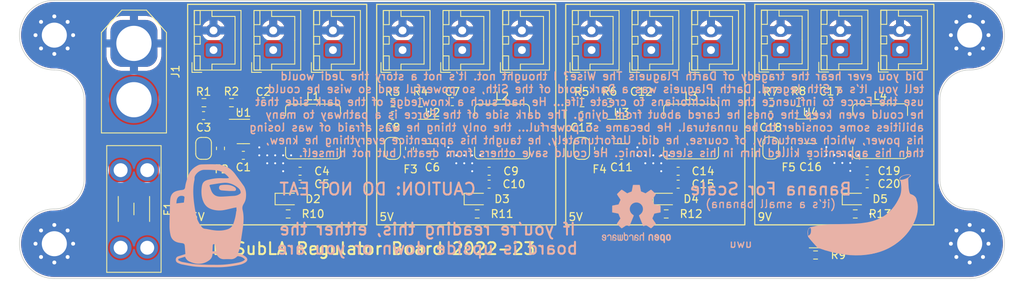
<source format=kicad_pcb>
(kicad_pcb (version 20211014) (generator pcbnew)
  (layers (0 "F.Cu" signal) (31 "B.Cu" signal) (34 "B.Paste" user) (35 "F.Paste" user) (36 "B.SilkS" user "B.Silkscreen") (37 "F.SilkS" user "F.Silkscreen") (38 "B.Mask" user) (39 "F.Mask" user) (44 "Edge.Cuts" user))
  (net 0 "")
  (net 1 "+BATT")
  (net 2 "GND")
  (net 3 "Net-(C2-Pad1)")
  (net 4 "Net-(C2-Pad2)")
  (net 5 "/5V_1")
  (net 6 "Net-(C3-Pad2)")
  (net 7 "Net-(C7-Pad1)")
  (net 8 "Net-(C7-Pad2)")
  (net 9 "/5V_3")
  (net 10 "Net-(C8-Pad2)")
  (net 11 "Net-(C12-Pad1)")
  (net 12 "Net-(C12-Pad2)")
  (net 13 "/5V_2")
  (net 14 "Net-(C13-Pad2)")
  (net 15 "Net-(C17-Pad1)")
  (net 16 "Net-(C17-Pad2)")
  (net 17 "/9V_1")
  (net 18 "Net-(C18-Pad2)")
  (net 19 "Net-(D1-Pad1)")
  (net 20 "Net-(D2-Pad1)")
  (net 21 "Net-(D3-Pad1)")
  (net 22 "Net-(D4-Pad1)")
  (net 23 "Net-(D5-Pad1)")
  (net 24 "Net-(F1-Pad1)")
  (net 25 "Net-(F2-Pad2)")
  (net 26 "Net-(F3-Pad2)")
  (net 27 "Net-(F4-Pad2)")
  (net 28 "Net-(F5-Pad2)")
  (net 29 "Net-(JP1-Pad2)")
  (net 30 "Net-(JP2-Pad2)")
  (net 31 "Net-(JP3-Pad2)")
  (net 32 "Net-(JP4-Pad2)")
  (footprint "Resistor_SMD:R_0603_1608Metric_Pad0.98x0.95mm_HandSolder" (layer "F.Cu") (at 151.779 149.39675 180)
    (fp_text reference "R9")
    (fp_text value "1k")
  )
  (footprint "Capacitor_SMD:C_0603_1608Metric_Pad1.08x0.95mm_HandSolder" (layer "F.Cu") (at 78.74 136.652)
    (fp_text reference "C1")
    (fp_text value "10u")
  )
  (footprint "Connector_AMASS:AMASS_XT60-M_1x02_P7.20mm_Vertical" (layer "F.Cu") (at 64.77 122.34 -90)
    (fp_text reference "J1")
    (fp_text value "BATT")
  )
  (footprint "Resistor_SMD:R_0603_1608Metric_Pad0.98x0.95mm_HandSolder" (layer "F.Cu") (at 84.455 144.145)
    (fp_text reference "R10")
    (fp_text value "220")
  )
  (footprint "Capacitor_SMD:C_0603_1608Metric_Pad1.08x0.95mm_HandSolder" (layer "F.Cu") (at 134.239 140.335 180)
    (fp_text reference "C15")
    (fp_text value "22u")
  )
  (footprint "Capacitor_SMD:C_0603_1608Metric_Pad1.08x0.95mm_HandSolder" (layer "F.Cu") (at 81.28 129.794 180)
    (fp_text reference "C2")
    (fp_text value "0.1u")
  )
  (footprint "Jumper:SolderJumper-2_P1.3mm_Bridged_RoundedPad1.0x1.5mm" (layer "F.Cu") (at 121.92 135.763 90)
    (fp_text reference "JP3" hide)
    (fp_text value "EN")
  )
  (footprint "Resistor_SMD:R_0603_1608Metric_Pad0.98x0.95mm_HandSolder" (layer "F.Cu") (at 156.845 144.145)
    (fp_text reference "R13")
    (fp_text value "470")
  )
  (footprint "Package_TO_SOT_SMD:TSOT-23-6" (layer "F.Cu") (at 127 133.604)
    (fp_text reference "U3")
    (fp_text value "AP63300WU")
  )
  (footprint "Resistor_SMD:R_0603_1608Metric_Pad0.98x0.95mm_HandSolder" (layer "F.Cu") (at 108.585 144.145)
    (fp_text reference "R11")
    (fp_text value "220")
  )
  (footprint "Capacitor_SMD:C_0603_1608Metric_Pad1.08x0.95mm_HandSolder" (layer "F.Cu") (at 85.979 138.684 180)
    (fp_text reference "C4")
    (fp_text value "22u")
  )
  (footprint "Connector_JST:JST_XH_B2B-XH-A_1x02_P2.50mm_Vertical" (layer "F.Cu") (at 99.06 123.19 90)
    (fp_text reference "J5" hide)
    (fp_text value "5VOUT")
  )
  (footprint "Fuse:Fuse_0603_1608Metric_Pad1.05x0.95mm_HandSolder" (layer "F.Cu") (at 124.079 135.763 90)
    (fp_text reference "F4")
    (fp_text value "3A")
  )
  (footprint "Fuse:Fuse_0603_1608Metric_Pad1.05x0.95mm_HandSolder" (layer "F.Cu") (at 75.819 135.763 90)
    (fp_text reference "F2")
    (fp_text value "3A")
  )
  (footprint "Capacitor_SMD:C_0603_1608Metric_Pad1.08x0.95mm_HandSolder" (layer "F.Cu") (at 158.369 138.644 180)
    (fp_text reference "C19")
    (fp_text value "22u")
  )
  (footprint "Connector_JST:JST_XH_B2B-XH-A_1x02_P2.50mm_Vertical" (layer "F.Cu") (at 162.56 123.15 90)
    (fp_text reference "J13" hide)
    (fp_text value "9VOUT")
  )
  (footprint "Connector_JST:JST_XH_B2B-XH-A_1x02_P2.50mm_Vertical" (layer "F.Cu") (at 114.3 123.19 90)
    (fp_text reference "J7" hide)
    (fp_text value "5VOUT")
  )
  (footprint "Capacitor_SMD:C_0603_1608Metric_Pad1.08x0.95mm_HandSolder" (layer "F.Cu") (at 97.79 131.572)
    (fp_text reference "C8")
    (fp_text value "47p")
  )
  (footprint "LED_SMD:LED_0603_1608Metric_Pad1.05x0.95mm_HandSolder" (layer "F.Cu") (at 151.779 147.74575 180)
    (fp_text reference "D1")
    (fp_text value "RED")
  )
  (footprint "Fuse:Fuseholder_Blade_Mini_Keystone_3568" (layer "F.Cu") (at 66.47 138.55 -90)
    (fp_text reference "F1")
    (fp_text value "10A")
  )
  (footprint "LED_SMD:LED_0603_1608Metric_Pad1.05x0.95mm_HandSolder" (layer "F.Cu") (at 132.715 142.24)
    (fp_text reference "D4")
    (fp_text value "RED")
  )
  (footprint "Connector_JST:JST_XH_B2B-XH-A_1x02_P2.50mm_Vertical" (layer "F.Cu") (at 106.68 123.19 90)
    (fp_text reference "J6" hide)
    (fp_text value "5VOUT")
  )
  (footprint "Jumper:SolderJumper-2_P1.3mm_Bridged_RoundedPad1.0x1.5mm" (layer "F.Cu") (at 97.79 135.763 90)
    (fp_text reference "JP2" hide)
    (fp_text value "EN")
  )
  (footprint "MountingHole:MountingHole_3.2mm_M3_Pad_Via" (layer "F.Cu") (at 171.45 147.955)
    (fp_text reference "H4" hide)
    (fp_text value "MountingHole_Pad")
  )
  (footprint "Connector_JST:JST_XH_B2B-XH-A_1x02_P2.50mm_Vertical" (layer "F.Cu") (at 147.32 123.15 90)
    (fp_text reference "J11" hide)
    (fp_text value "9VOUT")
  )
  (footprint "AUVCSLA_FootLib:L_Bourns_SRP6030" (layer "F.Cu") (at 111.76 133.604)
    (fp_text reference "L2")
    (fp_text value "6.8u")
  )
  (footprint "Connector_JST:JST_XH_B2B-XH-A_1x02_P2.50mm_Vertical" (layer "F.Cu") (at 138.43 123.19 90)
    (fp_text reference "J10" hide)
    (fp_text value "5VOUT")
  )
  (footprint "Connector_JST:JST_XH_B2B-XH-A_1x02_P2.50mm_Vertical" (layer "F.Cu") (at 154.94 123.15 90)
    (fp_text reference "J12" hide)
    (fp_text value "9VOUT")
  )
  (footprint "Capacitor_SMD:C_0603_1608Metric_Pad1.08x0.95mm_HandSolder" (layer "F.Cu") (at 105.41 129.794 180)
    (fp_text reference "C7")
    (fp_text value "0.1u")
  )
  (footprint "Capacitor_SMD:C_0603_1608Metric_Pad1.08x0.95mm_HandSolder" (layer "F.Cu") (at 102.87 136.652)
    (fp_text reference "C6")
    (fp_text value "10u")
  )
  (footprint "Resistor_SMD:R_0603_1608Metric_Pad0.98x0.95mm_HandSolder" (layer "F.Cu") (at 101.346 129.921)
    (fp_text reference "R4")
    (fp_text value "30.1k")
  )
  (footprint "MountingHole:MountingHole_3.2mm_M3_Pad_Via" (layer "F.Cu") (at 54.61 147.955)
    (fp_text reference "H2" hide)
    (fp_text value "MountingHole_Pad")
  )
  (footprint "Capacitor_SMD:C_0603_1608Metric_Pad1.08x0.95mm_HandSolder" (layer "F.Cu") (at 146.05 131.532)
    (fp_text reference "C18")
    (fp_text value "22p")
  )
  (footprint "Resistor_SMD:R_0603_1608Metric_Pad0.98x0.95mm_HandSolder" (layer "F.Cu") (at 121.97 129.921)
    (fp_text reference "R5")
    (fp_text value "158k")
  )
  (footprint "Capacitor_SMD:C_0603_1608Metric_Pad1.08x0.95mm_HandSolder" (layer "F.Cu") (at 153.67 129.754 180)
    (fp_text reference "C17")
    (fp_text value "0.1u")
  )
  (footprint "Capacitor_SMD:C_0603_1608Metric_Pad1.08x0.95mm_HandSolder" (layer "F.Cu") (at 73.66 131.572)
    (fp_text reference "C3")
    (fp_text value "47p")
  )
  (footprint "Capacitor_SMD:C_0603_1608Metric_Pad1.08x0.95mm_HandSolder" (layer "F.Cu") (at 151.13 136.612)
    (fp_text reference "C16")
    (fp_text value "10u")
  )
  (footprint "Capacitor_SMD:C_0603_1608Metric_Pad1.08x0.95mm_HandSolder" (layer "F.Cu") (at 158.369 140.295 180)
    (fp_text reference "C20")
    (fp_text value "22u")
  )
  (footprint "AUVCSLA_FootLib:L_Bourns_SRP6030" (layer "F.Cu") (at 87.63 133.604)
    (fp_text reference "L1")
    (fp_text value "6.8u")
  )
  (footprint "Jumper:SolderJumper-2_P1.3mm_Bridged_RoundedPad1.0x1.5mm" (layer "F.Cu") (at 73.66 135.763 90)
    (fp_text reference "JP1" hide)
    (fp_text value "EN")
  )
  (footprint "Capacitor_SMD:C_0603_1608Metric_Pad1.08x0.95mm_HandSolder" (layer "F.Cu") (at 134.239 138.684 180)
    (fp_text reference "C14")
    (fp_text value "22u")
  )
  (footprint "AUVCSLA_FootLib:L_Bourns_SRP6030" (layer "F.Cu") (at 160.02 133.564)
    (fp_text reference "L4")
    (fp_text value "10u")
  )
  (footprint "Resistor_SMD:R_0603_1608Metric_Pad0.98x0.95mm_HandSolder" (layer "F.Cu") (at 73.71 129.921)
    (fp_text reference "R1")
    (fp_text value "158k")
  )
  (footprint "Resistor_SMD:R_0603_1608Metric_Pad0.98x0.95mm_HandSolder" (layer "F.Cu") (at 125.476 129.921)
    (fp_text reference "R6")
    (fp_text value "30.1k")
  )
  (footprint "Package_TO_SOT_SMD:TSOT-23-6" (layer "F.Cu") (at 102.87 133.604)
    (fp_text reference "U2")
    (fp_text value "AP63300WU")
  )
  (footprint "LED_SMD:LED_0603_1608Metric_Pad1.05x0.95mm_HandSolder" (layer "F.Cu") (at 108.585 142.24)
    (fp_text reference "D3")
    (fp_text value "RED")
  )
  (footprint "Resistor_SMD:R_0603_1608Metric_Pad0.98x0.95mm_HandSolder" (layer "F.Cu") (at 97.84 129.921)
    (fp_text reference "R3")
    (fp_text value "158k")
  )
  (footprint "MountingHole:MountingHole_3.2mm_M3_Pad_Via" (layer "F.Cu") (at 54.61 121.285)
    (fp_text reference "H1" hide)
    (fp_text value "MountingHole_Pad")
  )
  (footprint "Resistor_SMD:R_0603_1608Metric_Pad0.98x0.95mm_HandSolder" (layer "F.Cu") (at 149.606 129.881)
    (fp_text reference "R8")
    (fp_text value "30.1k")
  )
  (footprint "MountingHole:MountingHole_3.2mm_M3_Pad_Via" (layer "F.Cu") (at 171.45 121.285)
    (fp_text reference "H3" hide)
    (fp_text value "MountingHole_Pad")
  )
  (footprint "Resistor_SMD:R_0603_1608Metric_Pad0.98x0.95mm_HandSolder" (layer "F.Cu") (at 132.715 144.145)
    (fp_text reference "R12")
    (fp_text value "220")
  )
  (footprint "Resistor_SMD:R_0603_1608Metric_Pad0.98x0.95mm_HandSolder" (layer "F.Cu") (at 77.216 129.921)
    (fp_text reference "R2")
    (fp_text value "30.1k")
  )
  (footprint "Connector_JST:JST_XH_B2B-XH-A_1x02_P2.50mm_Vertical" (layer "F.Cu") (at 123.19 123.19 90)
    (fp_text reference "J8" hide)
    (fp_text value "5VOUT")
  )
  (footprint "Capacitor_SMD:C_0603_1608Metric_Pad1.08x0.95mm_HandSolder" (layer "F.Cu") (at 85.979 140.335 180)
    (fp_text reference "C5")
    (fp_text value "22u")
  )
  (footprint "Package_TO_SOT_SMD:TSOT-23-6" (layer "F.Cu") (at 78.74 133.604)
    (fp_text reference "U1")
    (fp_text value "AP63300WU")
  )
  (footprint "LED_SMD:LED_0603_1608Metric_Pad1.05x0.95mm_HandSolder" (layer "F.Cu") (at 84.455 142.24)
    (fp_text reference "D2")
    (fp_text value "RED")
  )
  (footprint "Connector_JST:JST_XH_B2B-XH-A_1x02_P2.50mm_Vertical" (layer "F.Cu") (at 90.17 123.19 90)
    (fp_text reference "J4" hide)
    (fp_text value "5VOUT")
  )
  (footprint "Package_TO_SOT_SMD:TSOT-23-6" (layer "F.Cu") (at 151.13 133.564)
    (fp_text reference "U4")
    (fp_text value "AP63300WU")
  )
  (footprint "Capacitor_SMD:C_0603_1608Metric_Pad1.08x0.95mm_HandSolder" (layer "F.Cu") (at 129.54 129.794 180)
    (fp_text reference "C12")
    (fp_text value "0.1u")
  )
  (footprint "Capacitor_SMD:C_0603_1608Metric_Pad1.08x0.95mm_HandSolder" (layer "F.Cu") (at 127 136.652)
    (fp_text reference "C11")
    (fp_text value "10u")
  )
  (footprint "Connector_JST:JST_XH_B2B-XH-A_1x02_P2.50mm_Vertical" (layer "F.Cu") (at 130.81 123.19 90)
    (fp_text reference "J9" hide)
    (fp_text value "5VOUT")
  )
  (footprint "Connector_JST:JST_XH_B2B-XH-A_1x02_P2.50mm_Vertical" (layer "F.Cu") (at 74.93 123.19 90)
    (fp_text reference "J2" hide)
    (fp_text value "5VOUT")
  )
  (footprint "Capacitor_SMD:C_0603_1608Metric_Pad1.08x0.95mm_HandSolder" (layer "F.Cu") (at 110.109 138.684 180)
    (fp_text reference "C9")
    (fp_text value "22u")
  )
  (footprint "Connector_JST:JST_XH_B2B-XH-A_1x02_P2.50mm_Vertical" (layer "F.Cu") (at 82.55 123.19 90)
    (fp_text reference "J3" hide)
    (fp_text value "5VOUT")
  )
  (footprint "Capacitor_SMD:C_0603_1608Metric_Pad1.08x0.95mm_HandSolder" (layer "F.Cu") (at 110.109 140.335 180)
    (fp_text reference "C10")
    (fp_text value "22u")
  )
  (footprint "Fuse:Fuse_0603_1608Metric_Pad1.05x0.95mm_HandSolder" (layer "F.Cu") (at 99.949 135.763 90)
    (fp_text reference "F3")
    (fp_text value "3A")
  )
  (footprint "Fuse:Fuse_0603_1608Metric_Pad1.05x0.95mm_HandSolder" (layer "F.Cu") (at 148.209 135.723 90)
    (fp_text reference "F5")
    (fp_text value "3A")
  )
  (footprint "AUVCSLA_FootLib:L_Bourns_SRP6030" (layer "F.Cu") (at 135.89 133.604)
    (fp_text reference "L3")
    (fp_text value "6.8u")
  )
  (footprint "Jumper:SolderJumper-2_P1.3mm_Bridged_RoundedPad1.0x1.5mm" (layer "F.Cu") (at 146.05 135.723 90)
    (fp_text reference "JP4" hide)
    (fp_text value "EN")
  )
  (footprint "Capacitor_SMD:C_0603_1608Metric_Pad1.08x0.95mm_HandSolder" (layer "F.Cu") (at 121.92 131.572)
    (fp_text reference "C13")
    (fp_text value "47p")
  )
  (footprint "LED_SMD:LED_0603_1608Metric_Pad1.05x0.95mm_HandSolder" (layer "F.Cu") (at 156.845 142.24)
    (fp_text reference "D5")
    (fp_text value "RED")
  )
  (footprint "Resistor_SMD:R_0603_1608Metric_Pad0.98x0.95mm_HandSolder" (layer "F.Cu") (at 146.1 129.881)
    (fp_text reference "R7")
    (fp_text value "309k")
  )
  (footprint "Symbol:OSHW-Logo2_9.8x8mm_SilkScreen" (layer "B.Cu") (at 128.905 144.145 180)
    (fp_text reference "LOGO1" hide)
    (fp_text value "Logo_Open_Hardware_Large" hide)
  )
  (gr_line (start 163.752777 145.401816) (end 163.542114 145.749779) (layer "B.SilkS") (width 0.033072))
  (gr_line (start 160.377979 148.450024) (end 159.970305 148.625456) (layer "B.SilkS") (width 0.033072))
  (gr_line (start 164.665512 144.094402) (end 164.703219 143.853542) (layer "B.SilkS") (width 0.033072))
  (gr_line (start 156.090454 146.933377) (end 155.575606 146.940418) (layer "B.SilkS") (width 0.033072))
  (gr_line (start 164.609394 144.341077) (end 164.665512 144.094402) (layer "B.SilkS") (width 0.033072))
  (gr_line (start 164.306361 145.091758) (end 164.372662 144.9673) (layer "B.SilkS") (width 0.033072))
  (gr_line (start 157.932658 145.45324) (end 158.328162 145.380869) (layer "B.SilkS") (width 0.033072))
  (gr_line (start 158.750841 149.257215) (end 159.209355 149.174933) (layer "B.SilkS") (width 0.033072))
  (gr_line (start 164.655177 142.533774) (end 164.595749 142.28056) (layer "B.SilkS") (width 0.033072))
  (gr_line (start 161.021143 145.022328) (end 160.785809 145.257485) (layer "B.SilkS") (width 0.033072))
  (gr_line (start 164.485401 144.71669) (end 164.532445 144.591142) (layer "B.SilkS") (width 0.033072))
  (gr_line (start 151.2839 146.001262) (end 151.2839 146.001262) (layer "B.SilkS") (width 0.033072))
  (gr_line (start 157.04555 146.86215) (end 156.58017 146.907139) (layer "B.SilkS") (width 0.033072))
  (gr_line (start 156.261713 149.237176) (end 155.752119 149.203319) (layer "B.SilkS") (width 0.033072))
  (gr_line (start 162.341358 147.698093) (end 162.816487 147.269358) (layer "B.SilkS") (width 0.033072))
  (gr_line (start 159.035212 146.371584) (end 158.679595 146.503625) (layer "B.SilkS") (width 0.033072))
  (gr_line (start 159.644416 149.071474) (end 160.056533 148.948644) (layer "B.SilkS") (width 0.033072))
  (gr_line (start 161.85592 147.561169) (end 161.510666 147.809938) (layer "B.SilkS") (width 0.033072))
  (gr_line (start 156.672156 149.338474) (end 157.229534 149.358951) (layer "B.SilkS") (width 0.033072))
  (gr_line (start 155.478953 149.205107) (end 156.088798 149.287795) (layer "B.SilkS") (width 0.033072))
  (gr_line (start 160.056533 148.948644) (end 160.446209 148.808248) (layer "B.SilkS") (width 0.033072))
  (gr_line (start 162.166876 143.355187) (end 162.003645 143.661311) (layer "B.SilkS") (width 0.033072))
  (gr_line (start 164.532445 144.591142) (end 164.609394 144.341077) (layer "B.SilkS") (width 0.033072))
  (gr_line (start 164.432241 144.842177) (end 164.485401 144.71669) (layer "B.SilkS") (width 0.033072))
  (gr_line (start 164.578418 142.696469) (end 164.534615 143.106535) (layer "B.SilkS") (width 0.033072))
  (gr_line (start 153.249001 146.76768) (end 152.596573 146.672037) (layer "B.SilkS") (width 0.033072))
  (gr_line (start 155.532187 145.621199) (end 156.33081 145.602153) (layer "B.SilkS") (width 0.033072))
  (gr_line (start 160.225214 144.70483) (end 160.581431 144.49232) (layer "B.SilkS") (width 0.033072))
  (gr_poly (pts (xy 74.93 137.795) (xy 75.170205 137.802041) (xy 75.409867 137.81412) (xy 75.582941 137.829244) (xy 75.752353 137.852322) (xy 75.918005 137.883404) (xy 76.079801 137.922537) (xy 76.237643 137.969771) (xy 76.391436 138.025154) (xy 76.541081 138.088734) (xy 76.686482 138.160559) (xy 76.827543 138.240678) (xy 76.964166 138.32914) (xy 77.096254 138.425993) (xy 77.223711 138.531286) (xy 77.346439 138.645066) (xy 77.464342 138.767382) (xy 77.577323 138.898284) (xy 77.685285 139.037818) (xy 78.235122 139.791053) (xy 78.50849 140.168912) (xy 78.779998 140.54925) (xy 78.795232 140.571181) (xy 78.809938 140.593543) (xy 78.824131 140.616303) (xy 78.837824 140.639426) (xy 78.851033 140.662878) (xy 78.863772 140.686626) (xy 78.887899 140.734872) (xy 78.91032 140.783894) (xy 78.931152 140.833419) (xy 78.950512 140.883177) (xy 78.968515 140.932896) (xy 78.992953 141.007536) (xy 79.014261 141.082596) (xy 79.032566 141.158035) (xy 79.047993 141.233808) (xy 79.060668 141.309872) (xy 79.070718 141.386182) (xy 79.078267 141.462697) (xy 79.083443 141.539371) (xy 79.086371 141.616161) (xy 79.087177 141.693024) (xy 79.085986 141.769916) (xy 79.082926 141.846794) (xy 79.071699 142.000331) (xy 79.054504 142.153287) (xy 79.047424 142.199825) (xy 79.038639 142.246382) (xy 79.028226 142.2929) (xy 79.016263 142.339322) (xy 79.002827 142.385588) (xy 78.987996 142.431642) (xy 78.971848 142.477424) (xy 78.954458 142.522877) (xy 78.935907 142.567942) (xy 78.91627 142.612561) (xy 78.895625 142.656677) (xy 78.87405 142.70023) (xy 78.851622 142.743164) (xy 78.82842 142.785419) (xy 78.804519 142.826938) (xy 78.779999 142.867662) (xy 78.753185 142.912316) (xy 78.728581 142.957004) (xy 78.706225 143.00176) (xy 78.686155 143.046617) (xy 78.66841 143.09161) (xy 78.65303 143.136773) (xy 78.640053 143.182139) (xy 78.629518 143.227743) (xy 78.621463 143.273618) (xy 78.615927 143.319798) (xy 78.612949 143.366318) (xy 78.612568 143.41321) (xy 78.614822 143.460509) (xy 78.619751 143.508249) (xy 78.627393 143.556464) (xy 78.637786 143.605188) (xy 78.676658 143.778745) (xy 78.708002 143.952163) (xy 78.732272 144.125454) (xy 78.749924 144.298634) (xy 78.761414 144.471717) (xy 78.767197 144.644717) (xy 78.767728 144.81765) (xy 78.763463 144.99053) (xy 78.754858 145.16337) (xy 78.742366 145.336187) (xy 78.707549 145.681805) (xy 78.662656 146.027501) (xy 78.611328 146.37339) (xy 78.451751 147.437925) (xy 78.368552 147.970037) (xy 78.277291 148.499978) (xy 78.268043 148.546336) (xy 78.257719 148.592408) (xy 78.234193 148.683791) (xy 78.207412 148.774322) (xy 78.178073 148.864193) (xy 78.146873 148.9536) (xy 78.114511 149.042735) (xy 78.049089 149.220968) (xy 78.066316 149.224546) (xy 78.08335 149.227892) (xy 78.117302 149.234196) (xy 78.151873 149.240501) (xy 78.187995 149.247425) (xy 78.287679 149.267166) (xy 78.337695 149.27754) (xy 78.387673 149.288767) (xy 78.437496 149.301234) (xy 78.487047 149.315328) (xy 78.511684 149.323107) (xy 78.536211 149.331439) (xy 78.560611 149.340371) (xy 78.58487 149.349952) (xy 78.620019 149.365181) (xy 78.654756 149.381093) (xy 78.689057 149.397674) (xy 78.722898 149.414909) (xy 78.756254 149.432783) (xy 78.789102 149.451283) (xy 78.821417 149.470393) (xy 78.853174 149.490098) (xy 78.884351 149.510385) (xy 78.914921 149.531239) (xy 78.944862 149.552645) (xy 78.974149 149.574589) (xy 79.002757 149.597057) (xy 79.030664 149.620032) (xy 79.057843 149.643503) (xy 79.084271 149.667452) (xy 79.104621 149.68679) (xy 79.123513 149.706351) (xy 79.140961 149.726126) (xy 79.15698 149.746103) (xy 79.171584 149.766275) (xy 79.184788 149.786631) (xy 79.196607 149.807161) (xy 79.207054 149.827855) (xy 79.216145 149.848705) (xy 79.223894 149.8697) (xy 79.230315 149.890831) (xy 79.235423 149.912088) (xy 79.239233 149.933461) (xy 79.24176 149.95494) (xy 79.243016 149.976517) (xy 79.243018 149.998181) (xy 79.240384 150.021008) (xy 79.236203 150.043598) (xy 79.230483 150.065946) (xy 79.223226 150.088046) (xy 79.214439 150.109895) (xy 79.204125 150.131487) (xy 79.192291 150.152817) (xy 79.17894 150.173881) (xy 79.164077 150.194674) (xy 79.147708 150.21519) (xy 79.129837 150.235425) (xy 79.110469 150.255375) (xy 79.089608 150.275034) (xy 79.067261 150.294397) (xy 79.04343 150.31346) (xy 79.018123 150.332217) (xy 78.975365 150.361404) (xy 78.931397 150.389443) (xy 78.886169 150.416348) (xy 78.839632 150.442134) (xy 78.79174 150.466815) (xy 78.742442 150.490406) (xy 78.691691 150.512921) (xy 78.639438 150.534376) (xy 78.585635 150.554784) (xy 78.530233 150.57416) (xy 78.473184 150.592519) (xy 78.414439 150.609875) (xy 78.35395 150.626243) (xy 78.291668 150.641637) (xy 78.227546 150.656072) (xy 78.161534 150.669562) (xy 77.79031 150.740132) (xy 77.434705 150.800665) (xy 77.093285 150.851353) (xy 76.764617 150.89239) (xy 76.447265 150.923971) (xy 76.139797 150.946289) (xy 75.840778 150.959537) (xy 75.548774 150.96391) (xy 75.280883 150.96391) (xy 74.666347 150.961068) (xy 74.04561 150.953575) (xy 73.734078 150.946243) (xy 73.422392 150.93554) (xy 73.111016 150.920728) (xy 72.800414 150.901072) (xy 72.614269 150.884904) (xy 72.428086 150.864123) (xy 72.242135 150.83939) (xy 72.056687 150.811362) (xy 71.872015 150.780698) (xy 71.688389 150.748058) (xy 71.325362 150.679483) (xy 71.216222 150.657727) (xy 71.107081 150.636902) (xy 70.8888 150.596801) (xy 70.864111 150.59212) (xy 70.839649 150.586789) (xy 70.815411 150.580858) (xy 70.79139 150.574374) (xy 70.767582 150.567386) (xy 70.743983 150.559943) (xy 70.69739 150.543885) (xy 70.651573 150.526586) (xy 70.606492 150.508434) (xy 70.518383 150.471124) (xy 70.49053 150.458722) (xy 70.461746 150.44632) (xy 70.402628 150.421515) (xy 70.367712 150.406329) (xy 70.334913 150.389327) (xy 70.304255 150.370551) (xy 70.275762 150.350046) (xy 70.24946 150.327855) (xy 70.225371 150.304022) (xy 70.203521 150.27859) (xy 70.183933 150.251603) (xy 70.166632 150.223104) (xy 70.151642 150.193137) (xy 70.138987 150.161746) (xy 70.128691 150.128975) (xy 70.120779 150.094866) (xy 70.115275 150.059463) (xy 70.112202 150.022811) (xy 70.11164 149.988261) (xy 70.425782 149.988261) (xy 70.426096 150.002102) (xy 70.427055 150.015126) (xy 70.427783 150.021341) (xy 70.428682 150.027364) (xy 70.429753 150.033199) (xy 70.431001 150.038851) (xy 70.432429 150.044324) (xy 70.434038 150.049622) (xy 70.435833 150.054749) (xy 70.437816 150.059709) (xy 70.439991 150.064507) (xy 70.44236 150.069147) (xy 70.444926 150.073634) (xy 70.447693 150.07797) (xy 70.450663 150.082162) (xy 70.45384 150.086212) (xy 70.457226 150.090125) (xy 70.460825 150.093906) (xy 70.464639 150.097559) (xy 70.468673 150.101087) (xy 70.472927 150.104495) (xy 70.477407 150.107788) (xy 70.482114 150.110969) (xy 70.487052 150.114043) (xy 70.492223 150.117014) (xy 70.497632 150.119886) (xy 70.509171 150.125352) (xy 70.521693 150.130473) (xy 70.553423 150.142928) (xy 70.584532 150.155692) (xy 70.615641 150.169076) (xy 70.647371 150.183391) (xy 70.725557 150.217136) (xy 70.763817 150.232865) (xy 70.801573 150.24747) (xy 70.838864 150.26068) (xy 70.857348 150.266677) (xy 70.875729 150.272223) (xy 70.894014 150.277285) (xy 70.912206 150.281828) (xy 70.930311 150.285819) (xy 70.948334 150.289224) (xy 71.388204 150.371907) (xy 71.743686 150.44043) (xy 71.923346 150.472947) (xy 72.103819 150.503372) (xy 72.284758 150.531006) (xy 72.465813 150.555151) (xy 72.646635 150.575112) (xy 72.826876 150.590188) (xy 73.132955 150.608895) (xy 73.440585 150.623261) (xy 74.058015 150.64145) (xy 74.674205 150.649719) (xy 75.284194 150.653026) (xy 75.512396 150.653026) (xy 75.799743 150.648801) (xy 76.094686 150.635973) (xy 76.398621 150.614307) (xy 76.712943 150.583573) (xy 77.039047 150.543536) (xy 77.378328 150.493966) (xy 77.732183 150.434628) (xy 78.102005 150.365292) (xy 78.159412 150.353158) (xy 78.21508 150.340312) (xy 78.269052 150.32674) (xy 78.321372 150.312426) (xy 78.372084 150.297357) (xy 78.42123 150.281517) (xy 78.468856 150.264893) (xy 78.515004 150.247469) (xy 78.559718 150.229231) (xy 78.603041 150.210165) (xy 78.645018 150.190256) (xy 78.685691 150.169489) (xy 78.725105 150.147851) (xy 78.763303 150.125325) (xy 78.800328 150.101899) (xy 78.836225 150.077557) (xy 78.848712 150.067867) (xy 78.860157 150.058643) (xy 78.870605 150.049884) (xy 78.880098 150.04159) (xy 78.88868 150.033761) (xy 78.896395 150.026397) (xy 78.903287 150.019498) (xy 78.909398 150.013064) (xy 78.914773 150.007096) (xy 78.919456 150.001592) (xy 78.923489 149.996554) (xy 78.926916 149.991981) (xy 78.929782 149.987873) (xy 78.932129 149.98423) (xy 78.934002 149.981052) (xy 78.935443 149.978339) (xy 78.935283 149.976248) (xy 78.934784 149.973701) (xy 78.933917 149.970709) (xy 78.932653 149.967281) (xy 78.930962 149.963426) (xy 78.928816 149.959154) (xy 78.926185 149.954476) (xy 78.923041 149.9494) (xy 78.919354 149.943937) (xy 78.915096 149.938096) (xy 78.910237 149.931887) (xy 78.904748 149.925319) (xy 78.8986 149.918402) (xy 78.891764 149.911147) (xy 78.884212 149.903562) (xy 78.875913 149.895657) (xy 78.855067 149.876591) (xy 78.83348 149.857855) (xy 78.811185 149.839468) (xy 78.788218 149.821449) (xy 78.76461 149.803818) (xy 78.740397 149.786593) (xy 78.715613 149.769795) (xy 78.690291 149.753443) (xy 78.664465 149.737555) (xy 78.638169 149.722153) (xy 78.611436 149.707254) (xy 78.584302 149.692878) (xy 78.5568 149.679045) (xy 78.528963 149.665774) (xy 78.500826 149.653084) (xy 78.472423 149.640995) (xy 78.453628 149.633781) (xy 78.434466 149.626997) (xy 78.395114 149.614588) (xy 78.354522 149.603497) (xy 78.312845 149.593453) (xy 78.270238 149.584183) (xy 78.226856 149.575418) (xy 78.138386 149.558313) (xy 78.112496 149.553352) (xy 78.085056 149.548391) (xy 78.029245 149.538469) (xy 78.025673 149.5408) (xy 78.022372 149.542861) (xy 78.019304 149.544689) (xy 78.016429 149.546323) (xy 78.01371 149.547802) (xy 78.011107 149.549165) (xy 78.006094 149.551698) (xy 77.976587 149.568544) (xy 77.962318 149.576696) (xy 77.94863 149.58477) (xy 77.935717 149.592845) (xy 77.929612 149.596906) (xy 77.923774 149.600996) (xy 77.918226 149.605126) (xy 77.912993 149.609303) (xy 77.908099 149.613539) (xy 77.903568 149.617843) (xy 77.860893 149.659197) (xy 77.817191 149.697683) (xy 77.772442 149.733301) (xy 77.726628 149.766051) (xy 77.679728 149.795933) (xy 77.631724 149.822947) (xy 77.582596 149.847093) (xy 77.532324 149.868371) (xy 77.48089 149.886781) (xy 77.428274 149.902322) (xy 77.374456 149.914996) (xy 77.319417 149.924802) (xy 77.263138 149.931739) (xy 77.2056 149.935809) (xy 77.146782 149.93701) (xy 77.086667 149.935344) (xy 76.995516 149.931003) (xy 76.903164 149.927903) (xy 76.809649 149.926042) (xy 76.71501 149.925422) (xy 76.619286 149.926042) (xy 76.522515 149.927903) (xy 76.424737 149.931003) (xy 76.325989 149.935344) (xy 76.286893 149.936613) (xy 76.24836 149.936701) (xy 76.210391 149.935608) (xy 76.172988 149.933335) (xy 76.136152 149.929882) (xy 76.099884 149.92525) (xy 76.064185 149.919439) (xy 76.029056 149.912451) (xy 75.9945 149.904285) (xy 75.960516 149.894943) (xy 75.927106 149.884425) (xy 75.894271 149.872731) (xy 75.862013 149.859863) (xy 75.830333 149.84582) (xy 75.799232 149.830603) (xy 75.768711 149.814214) (xy 75.738771 149.796652) (xy 75.709413 149.777919) (xy 75.68064 149.758014) (xy 75.652452 149.736938) (xy 75.624849 149.714693) (xy 75.597834 149.691278) (xy 75.571408 149.666695) (xy 75.545572 149.640943) (xy 75.520326 149.614024) (xy 75.495673 149.585938) (xy 75.471614 149.556685) (xy 75.448149 149.526267) (xy 75.42528 149.494683) (xy 75.403008 149.461936) (xy 75.36026 149.392948) (xy 75.355109 149.385469) (xy 75.349595 149.377917) (xy 75.343742 149.370297) (xy 75.337574 149.362614) (xy 75.32439 149.347079) (xy 75.310237 149.33135) (xy 75.295309 149.315466) (xy 75.2798 149.299466) (xy 75.247812 149.267271) (xy 75.221354 149.240814) (xy 74.827787 149.240814) (xy 74.82418 149.244118) (xy 74.820791 149.247874) (xy 74.817606 149.252143) (xy 74.814609 149.256988) (xy 74.811787 149.262473) (xy 74.809125 149.268661) (xy 74.806608 149.275614) (xy 74.804222 149.283395) (xy 74.801952 149.292068) (xy 74.799784 149.301695) (xy 74.797703 149.312339) (xy 74.795695 149.324064) (xy 74.791839 149.351007) (xy 74.788099 149.383026) (xy 74.778177 149.45248) (xy 74.768912 149.500929) (xy 74.757229 149.548307) (xy 74.743114 149.594629) (xy 74.726553 149.63991) (xy 74.70753 149.684164) (xy 74.686032 149.727405) (xy 74.662043 149.769648) (xy 74.63555 149.810907) (xy 74.606538 149.851198) (xy 74.574992 149.890534) (xy 74.540898 149.92893) (xy 74.504241 149.966401) (xy 74.465006 150.002962) (xy 74.42318 150.038626) (xy 74.378747 150.073408) (xy 74.331693 150.107323) (xy 74.190971 150.198986) (xy 74.04788 150.279264) (xy 73.902453 150.348166) (xy 73.754726 150.405703) (xy 73.604731 150.451884) (xy 73.452503 150.486719) (xy 73.298075 150.510217) (xy 73.141482 150.522389) (xy 72.982757 150.523243) (xy 72.821934 150.51279) (xy 72.659048 150.491039) (xy 72.494131 150.458) (xy 72.327219 150.413683) (xy 72.158344 150.358096) (xy 71.987542 150.291251) (xy 71.814845 150.213157) (xy 71.773376 150.191841) (xy 71.733312 150.168825) (xy 71.694663 150.144113) (xy 71.657438 150.117711) (xy 71.621647 150.089622) (xy 71.5873 150.059853) (xy 71.554407 150.028407) (xy 71.522976 149.995289) (xy 71.493018 149.960505) (xy 71.464543 149.92406) (xy 71.43756 149.885957) (xy 71.412078 149.846203) (xy 71.388109 149.804801) (xy 71.36566 149.761757) (xy 71.344742 149.717076) (xy 71.325365 149.670761) (xy 71.324049 149.66766) (xy 71.322588 149.664554) (xy 71.320991 149.661438) (xy 71.319268 149.658307) (xy 71.317428 149.655157) (xy 71.315482 149.651983) (xy 71.311309 149.645543) (xy 71.292292 149.617845) (xy 71.143464 149.664147) (xy 70.834233 149.760471) (xy 70.525001 149.859276) (xy 70.511896 149.86374) (xy 70.499847 149.868481) (xy 70.488826 149.873541) (xy 70.478802 149.878965) (xy 70.474156 149.881826) (xy 70.469748 149.884795) (xy 70.465574 149.887877) (xy 70.461633 149.891076) (xy 70.457919 149.894399) (xy 70.454429 149.897851) (xy 70.451159 149.901438) (xy 70.448106 149.905165) (xy 70.445267 149.909036) (xy 70.442637 149.913059) (xy 70.440213 149.917238) (xy 70.437991 149.921578) (xy 70.435967 149.926086) (xy 70.434139 149.930766) (xy 70.432502 149.935625) (xy 70.431053 149.940666) (xy 70.429788 149.945897) (xy 70.428703 149.951322) (xy 70.427061 149.962778) (xy 70.426097 149.975076) (xy 70.425782 149.988261) (xy 70.11164 149.988261) (xy 70.111586 149.984952) (xy 70.112516 149.965885) (xy 70.114062 149.947134) (xy 70.116221 149.928707) (xy 70.118989 149.910609) (xy 70.122363 149.892848) (xy 70.126339 149.875431) (xy 70.130913 149.858364) (xy 70.136081 149.841653) (xy 70.141841 149.825306) (xy 70.148188 149.809329) (xy 70.155119 149.793728) (xy 70.16263 149.778511) (xy 70.170718 149.763684) (xy 70.179378 149.749253) (xy 70.188608 149.735226) (xy 70.198403 149.721609) (xy 70.20876 149.708408) (xy 70.219676 149.695631) (xy 70.231146 149.683283) (xy 70.243168 149.671373) (xy 70.255737 149.659905) (xy 70.268849 149.648888) (xy 70.282502 149.638327) (xy 70.296692 149.628229) (xy 70.311414 149.618602) (xy 70.326666 149.60945) (xy 70.342443 149.600783) (xy 70.358742 149.592605) (xy 70.37556 149.584923) (xy 70.392892 149.577745) (xy 70.410736 149.571077) (xy 70.429087 149.564925) (xy 70.738318 149.468601) (xy 71.04755 149.369795) (xy 71.338592 149.277191) (xy 71.312617 148.923312) (xy 74.791406 148.923312) (xy 75.257735 148.923312) (xy 75.151901 148.208937) (xy 75.148438 148.187524) (xy 75.144195 148.166769) (xy 75.139089 148.14679) (xy 75.133039 148.127702) (xy 75.125962 148.109622) (xy 75.122012 148.100996) (xy 75.117775 148.092665) (xy 75.11324 148.084645) (xy 75.108397 148.076949) (xy 75.103235 148.069593) (xy 75.097744 148.06259) (xy 75.091914 148.055955) (xy 75.085735 148.049703) (xy 75.079196 148.043848) (xy 75.072287 148.038405) (xy 75.064998 148.033388) (xy 75.057318 148.028813) (xy 75.049237 148.024692) (xy 75.040745 148.021042) (xy 75.031832 148.017876) (xy 75.022486 148.015209) (xy 75.012699 148.013055) (xy 75.002459 148.01143) (xy 74.991757 148.010347) (xy 74.980582 148.009821) (xy 74.968923 148.009867) (xy 74.956771 148.010499) (xy 74.945353 148.011998) (xy 74.934648 148.014004) (xy 74.924632 148.016498) (xy 74.915281 148.019465) (xy 74.906573 148.022888) (xy 74.898483 148.026748) (xy 74.890987 148.031031) (xy 74.884062 148.035717) (xy 74.877685 148.040792) (xy 74.871832 148.046237) (xy 74.866479 148.052036) (xy 74.861603 148.058171) (xy 74.857179 148.064626) (xy 74.853185 148.071384) (xy 74.849597 148.078428) (xy 74.84639 148.08574) (xy 74.84103 148.101104) (xy 74.836914 148.11734) (xy 74.833855 148.134313) (xy 74.831663 148.151886) (xy 74.830149 148.169925) (xy 74.829124 148.188292) (xy 74.827787 148.225474) (xy 74.810837 148.574392) (xy 74.791406 148.923312) (xy 71.312617 148.923312) (xy 71.300145 148.753399) (xy 71.280456 148.492588) (xy 71.259217 148.232087) (xy 71.254737 148.189854) (xy 71.248649 148.151104) (xy 71.240817 148.115677) (xy 71.236204 148.09916) (xy 71.231105 148.083414) (xy 71.225502 148.068419) (xy 71.219378 148.054155) (xy 71.212716 148.040602) (xy 71.205499 148.02774) (xy 71.197711 148.015548) (xy 71.189334 148.004008) (xy 71.180352 147.993099) (xy 71.170747 147.9828) (xy 71.160502 147.973093) (xy 71.149601 147.963957) (xy 71.138027 147.955372) (xy 71.125762 147.947318) (xy 71.11279 147.939775) (xy 71.099094 147.932724) (xy 71.084657 147.926143) (xy 71.069461 147.920014) (xy 71.05349 147.914315) (xy 71.036727 147.909028) (xy 71.000757 147.899608) (xy 70.961415 147.891593) (xy 70.918566 147.884822) (xy 70.675893 147.85175) (xy 70.615516 147.842706) (xy 70.555332 147.832732) (xy 70.495381 147.821519) (xy 70.435701 147.808754) (xy 70.335061 147.782127) (xy 70.239072 147.750606) (xy 70.147812 147.714182) (xy 70.061357 147.672846) (xy 69.979786 147.626587) (xy 69.903175 147.575397) (xy 69.831604 147.519265) (xy 69.797731 147.489343) (xy 69.765148 147.458182) (xy 69.733862 147.425781) (xy 69.703885 147.392138) (xy 69.675226 147.357253) (xy 69.647894 147.321124) (xy 69.621899 147.283749) (xy 69.597251 147.245128) (xy 69.573959 147.20526) (xy 69.552034 147.164143) (xy 69.531485 147.121777) (xy 69.512321 147.078159) (xy 69.478188 146.987164) (xy 69.449715 146.891151) (xy 69.426977 146.790109) (xy 69.402063 146.656823) (xy 69.37959 146.522529) (xy 69.35983 146.387459) (xy 69.343055 146.251848) (xy 69.329535 146.115926) (xy 69.319542 145.979926) (xy 69.313347 145.844082) (xy 69.311222 145.708625) (xy 69.316183 145.112796) (xy 69.328585 144.516347) (xy 69.360831 143.324068) (xy 69.368673 142.943729) (xy 70.138048 142.943729) (xy 70.141355 142.9305) (xy 70.140773 142.931121) (xy 70.140264 142.931747) (xy 70.139822 142.932382) (xy 70.139443 142.933032) (xy 70.139123 142.933702) (xy 70.138855 142.934395) (xy 70.138637 142.935118) (xy 70.138461 142.935874) (xy 70.138325 142.93667) (xy 70.138222 142.937509) (xy 70.138149 142.938396) (xy 70.1381 142.939337) (xy 70.138054 142.941397) (xy 70.138048 142.943729) (xy 69.368673 142.943729) (xy 69.371606 142.801515) (xy 70.184349 142.801515) (xy 71.146771 142.692374) (xy 71.219532 142.067296) (xy 71.220521 142.055125) (xy 71.221014 142.043409) (xy 71.221018 142.032139) (xy 71.220539 142.021304) (xy 71.219586 142.010896) (xy 71.218166 142.000905) (xy 71.216285 141.991321) (xy 71.213951 141.982134) (xy 71.211171 141.973334) (xy 71.207953 141.964912) (xy 71.204304 141.956859) (xy 71.200231 141.949164) (xy 71.195741 141.941818) (xy 71.190842 141.934811) (xy 71.185541 141.928133) (xy 71.179844 141.921776) (xy 71.173761 141.915728) (xy 71.167297 141.909981) (xy 71.16046 141.904524) (xy 71.153257 141.899348) (xy 71.145696 141.894444) (xy 71.137783 141.889801) (xy 71.120933 141.881261) (xy 71.102766 141.873652) (xy 71.083339 141.866895) (xy 71.06271 141.860914) (xy 71.040938 141.85563) (xy 71.004325 141.848003) (xy 70.968293 141.841864) (xy 70.932861 141.837205) (xy 70.898046 141.834023) (xy 70.863869 141.83231) (xy 70.830348 141.832063) (xy 70.797501 141.833275) (xy 70.765348 141.835941) (xy 70.733907 141.840056) (xy 70.703196 141.845614) (xy 70.673236 141.852609) (xy 70.644044 141.861037) (xy 70.615639 141.870891) (xy 70.58804 141.882167) (xy 70.561266 141.894858) (xy 70.535336 141.90896) (xy 70.510268 141.924467) (xy 70.486081 141.941373) (xy 70.462794 141.959674) (xy 70.440426 141.979363) (xy 70.418995 142.000435) (xy 70.39852 142.022885) (xy 70.379021 142.046707) (xy 70.360515 142.071896) (xy 70.343021 142.098446) (xy 70.326559 142.126352) (xy 70.311147 142.155609) (xy 70.296804 142.186211) (xy 70.283549 142.218152) (xy 70.271399 142.251427) (xy 70.260376 142.286031) (xy 70.250496 142.321958) (xy 70.24343 142.351216) (xy 70.237073 142.380682) (xy 70.226208 142.440142) (xy 70.217358 142.500145) (xy 70.209981 142.560496) (xy 70.197475 142.681471) (xy 70.191261 142.741706) (xy 70.184349 142.801515) (xy 69.371606 142.801515) (xy 69.372407 142.762655) (xy 69.37782 142.62269) (xy 69.385946 142.483189) (xy 69.397638 142.344309) (xy 69.413748 142.206203) (xy 69.431351 142.098435) (xy 69.454424 141.997043) (xy 69.468025 141.948695) (xy 69.48301 141.90189) (xy 69.499384 141.856612) (xy 69.517153 141.812842) (xy 69.536322 141.770565) (xy 69.556896 141.729763) (xy 69.578882 141.690419) (xy 69.602283 141.652516) (xy 69.627107 141.616038) (xy 69.653358 141.580967) (xy 69.681042 141.547286) (xy 69.710164 141.514979) (xy 69.74073 141.484029) (xy 69.772745 141.454418) (xy 69.806215 141.426129) (xy 69.841145 141.399147) (xy 69.87754 141.373453) (xy 69.915406 141.34903) (xy 69.927226 141.34207) (xy 72.345885 141.34207) (xy 72.354243 141.649338) (xy 72.371749 141.957226) (xy 72.396928 142.265734) (xy 72.425434 142.544186) (xy 72.458785 142.821514) (xy 72.496864 143.097835) (xy 72.539555 143.373264) (xy 72.586742 143.647917) (xy 72.638309 143.921912) (xy 72.694139 144.195365) (xy 72.754116 144.468391) (xy 72.777468 144.564286) (xy 72.804042 144.658534) (xy 72.833726 144.751193) (xy 72.866409 144.842322) (xy 72.901979 144.931977) (xy 72.940325 145.020218) (xy 72.981336 145.107102) (xy 73.0249 145.192688) (xy 73.070906 145.277033) (xy 73.119242 145.360197) (xy 73.169797 145.442236) (xy 73.222459 145.52321) (xy 73.277118 145.603176) (xy 73.333661 145.682193) (xy 73.391977 145.760318) (xy 73.451954 145.83761) (xy 73.470835 145.860405) (xy 73.490292 145.88169) (xy 73.510359 145.901501) (xy 73.531071 145.919878) (xy 73.552461 145.936861) (xy 73.574563 145.952486) (xy 73.597411 145.966794) (xy 73.621039 145.979823) (xy 73.645481 145.991612) (xy 73.670771 146.002199) (xy 73.696943 146.011624) (xy 73.72403 146.019924) (xy 73.752067 146.02714) (xy 73.781087 146.033308) (xy 73.811125 146.03847) (xy 73.842214 146.042662) (xy 73.976024 146.059838) (xy 74.10964 146.080851) (xy 74.243178 146.104577) (xy 74.376755 146.129892) (xy 74.644491 146.180793) (xy 74.778882 146.204131) (xy 74.913776 146.224563) (xy 75.139189 146.252287) (xy 75.251663 146.262555) (xy 75.363982 146.270245) (xy 75.476146 146.275222) (xy 75.588154 146.27735) (xy 75.700008 146.276494) (xy 75.811706 146.272518) (xy 75.92325 146.265287) (xy 76.034639 146.254664) (xy 76.145872 146.240514) (xy 76.25695 146.222702) (xy 76.367874 146.201092) (xy 76.478642 146.175548) (xy 76.589255 146.145934) (xy 76.699714 146.112115) (xy 76.772975 146.086419) (xy 76.842728 146.0577) (xy 76.909033 146.025958) (xy 76.971945 145.991192) (xy 77.031525 145.953404) (xy 77.08783 145.912593) (xy 77.140918 145.868758) (xy 77.190847 145.8219) (xy 77.237676 145.77202) (xy 77.281462 145.719116) (xy 77.322263 145.663189) (xy 77.360139 145.604239) (xy 77.395147 145.542266) (xy 77.427344 145.47727) (xy 77.45679 145.409251) (xy 77.483543 145.338209) (xy 77.543345 145.156805) (xy 77.598574 144.974665) (xy 77.648998 144.791673) (xy 77.694382 144.607711) (xy 77.734496 144.422664) (xy 77.769107 144.236416) (xy 77.797981 144.04885) (xy 77.820887 143.85985) (xy 77.822315 143.851206) (xy 77.824097 143.842635) (xy 77.826198 143.834132) (xy 77.828586 143.825692) (xy 77.831226 143.81731) (xy 77.834083 143.808981) (xy 77.840316 143.792464) (xy 77.867189 143.727558) (xy 77.860574 143.533255) (xy 77.856957 143.428042) (xy 77.853959 143.314147) (xy 77.802419 143.32226) (xy 77.754172 143.329443) (xy 77.665858 143.342259) (xy 77.624936 143.348512) (xy 77.585604 143.355074) (xy 77.547435 143.362258) (xy 77.510001 143.370371) (xy 77.200976 143.442614) (xy 76.893192 143.516718) (xy 76.585407 143.587101) (xy 76.431127 143.619154) (xy 76.276382 143.648183) (xy 76.178369 143.664729) (xy 76.080302 143.678388) (xy 75.982206 143.689139) (xy 75.884106 143.696965) (xy 75.786025 143.701845) (xy 75.687987 143.703761) (xy 75.590018 143.702692) (xy 75.49214 143.698619) (xy 75.394379 143.691523) (xy 75.296758 143.681385) (xy 75.199302 143.668185) (xy 75.102035 143.651903) (xy 75.004981 143.632521) (xy 74.908164 143.61002) (xy 74.811609 143.584378) (xy 74.71534 143.555579) (xy 74.618094 143.522556) (xy 74.524777 143.485499) (xy 74.435364 143.444401) (xy 74.349833 143.399257) (xy 74.268157 143.350064) (xy 74.190314 143.296815) (xy 74.116278 143.239507) (xy 74.046027 143.178134) (xy 73.979534 143.112691) (xy 73.916777 143.043175) (xy 73.857731 142.969578) (xy 73.802372 142.891898) (xy 73.750675 142.810129) (xy 73.702617 142.724266) (xy 73.658173 142.634305) (xy 73.617319 142.54024) (xy 73.573417 142.427111) (xy 73.534617 142.313458) (xy 73.500749 142.199302) (xy 73.471643 142.084661) (xy 73.44713 141.969555) (xy 73.42704 141.854003) (xy 73.411203 141.738025) (xy 73.399451 141.62164) (xy 73.391613 141.504867) (xy 73.38752 141.387726) (xy 73.387002 141.270237) (xy 73.389891 141.152418) (xy 73.396015 141.034289) (xy 73.405206 140.915869) (xy 73.417295 140.797178) (xy 73.43211 140.678235) (xy 73.446836 140.583509) (xy 73.464183 140.499641) (xy 74.411069 140.499641) (xy 74.451221 140.61519) (xy 74.491683 140.729498) (xy 74.531526 140.843806) (xy 74.550924 140.901348) (xy 74.569819 140.959355) (xy 74.612802 141.084948) (xy 74.660059 141.201355) (xy 74.71183 141.308694) (xy 74.768359 141.407079) (xy 74.798484 141.452951) (xy 74.829888 141.496628) (xy 74.862603 141.538125) (xy 74.896659 141.577456) (xy 74.932086 141.614637) (xy 74.968914 141.649681) (xy 75.007174 141.682603) (xy 75.046895 141.713417) (xy 75.088109 141.742139) (xy 75.130845 141.768782) (xy 75.175134 141.793361) (xy 75.221006 141.815891) (xy 75.268491 141.836387) (xy 75.31762 141.854862) (xy 75.368422 141.871331) (xy 75.420929 141.88581) (xy 75.47517 141.898311) (xy 75.531176 141.908851) (xy 75.648603 141.924102) (xy 75.773451 141.931679) (xy 75.905964 141.931698) (xy 76.10674 141.925142) (xy 76.307283 141.915833) (xy 76.707982 141.891597) (xy 77.108681 141.86426) (xy 77.51 141.839094) (xy 77.57224 141.835011) (xy 77.633675 141.828914) (xy 77.694277 141.820723) (xy 77.754017 141.810362) (xy 77.812865 141.797753) (xy 77.870792 141.782818) (xy 77.927771 141.765481) (xy 77.98377 141.745663) (xy 78.038762 141.723287) (xy 78.092717 141.698276) (xy 78.145606 141.670551) (xy 78.1974 141.640036) (xy 78.248071 141.606653) (xy 78.297588 141.570325) (xy 78.345923 141.530973) (xy 78.393047 141.488521) (xy 78.394794 141.46327) (xy 78.3957 141.438365) (xy 78.395779 141.413803) (xy 78.395044 141.38958) (xy 78.393506 141.365694) (xy 78.39118 141.342142) (xy 78.388077 141.31892) (xy 78.384211 141.296026) (xy 78.379594 141.273457) (xy 78.374238 141.251209) (xy 78.368157 141.22928) (xy 78.361364 141.207666) (xy 78.345689 141.165373) (xy 78.327315 141.124306) (xy 78.306345 141.08444) (xy 78.28288 141.045751) (xy 78.257022 141.008215) (xy 78.228872 140.971808) (xy 78.198532 140.936506) (xy 78.166104 140.902284) (xy 78.13169 140.869118) (xy 78.095391 140.836984) (xy 77.995201 140.754777) (xy 77.893059 140.676968) (xy 77.788949 140.603772) (xy 77.682859 140.535401) (xy 77.574772 140.472068) (xy 77.464674 140.413987) (xy 77.352552 140.361371) (xy 77.23839 140.314432) (xy 77.122173 140.273385) (xy 77.003889 140.238442) (xy 76.88352 140.209817) (xy 76.761055 140.187722) (xy 76.636476 140.172371) (xy 76.509772 140.163977) (xy 76.380925 140.162753) (xy 76.249923 140.168912) (xy 76.036745 140.188103) (xy 75.823799 140.212682) (xy 75.611009 140.241524) (xy 75.398296 140.273505) (xy 74.546668 140.410344) (xy 74.542337 140.411098) (xy 74.538024 140.41211) (xy 74.533727 140.413368) (xy 74.529447 140.414859) (xy 74.525181 140.416571) (xy 74.520928 140.41849) (xy 74.512458 140.422901) (xy 74.504027 140.427991) (xy 74.495625 140.433657) (xy 74.487242 140.439797) (xy 74.478869 140.446311) (xy 74.445279 140.474061) (xy 74.436809 140.480914) (xy 74.42829 140.487529) (xy 74.419713 140.493806) (xy 74.411069 140.499641) (xy 73.464183 140.499641) (xy 73.465118 140.495119) (xy 73.487179 140.412815) (xy 73.513242 140.336344) (xy 73.527844 140.300217) (xy 73.543529 140.265453) (xy 73.560327 140.232022) (xy 73.578264 140.199892) (xy 73.597369 140.169031) (xy 73.617669 140.139408) (xy 73.639192 140.110991) (xy 73.661967 140.083749) (xy 73.68602 140.057651) (xy 73.711381 140.032664) (xy 73.738076 140.008757) (xy 73.766134 139.9859) (xy 73.795582 139.96406) (xy 73.826448 139.943205) (xy 73.858761 139.923305) (xy 73.892547 139.904329) (xy 73.927836 139.886243) (xy 73.964654 139.869017) (xy 74.04299 139.83702) (xy 74.12778 139.808084) (xy 74.219246 139.781959) (xy 74.442959 139.727304) (xy 74.667642 139.680208) (xy 74.893332 139.641095) (xy 75.120069 139.610393) (xy 75.347891 139.588527) (xy 75.576837 139.575925) (xy 75.691743 139.57323) (xy 75.806945 139.573011) (xy 75.922448 139.575322) (xy 76.038256 139.580214) (xy 76.117489 139.584432) (xy 76.196489 139.587293) (xy 76.275334 139.588992) (xy 76.354102 139.589722) (xy 76.511715 139.58905) (xy 76.669949 139.586828) (xy 76.682979 139.586451) (xy 76.696058 139.585356) (xy 76.709234 139.583602) (xy 76.722555 139.581247) (xy 76.73607 139.57835) (xy 76.749827 139.574969) (xy 76.778262 139.566985) (xy 76.84017 139.547761) (xy 76.874419 139.537452) (xy 76.91138 139.527297) (xy 76.827961 139.427904) (xy 76.742599 139.3332) (xy 76.655212 139.243303) (xy 76.565717 139.158327) (xy 76.474032 139.07839) (xy 76.380076 139.003608) (xy 76.283765 138.934097) (xy 76.185017 138.869973) (xy 76.083749 138.811352) (xy 75.979881 138.758352) (xy 75.873328 138.711087) (xy 75.764009 138.669675) (xy 75.651841 138.634231) (xy 75.536742 138.604873) (xy 75.41863 138.581715) (xy 75.297422 138.564875) (xy 75.101175 138.546039) (xy 74.904423 138.531389) (xy 74.707284 138.520459) (xy 74.509873 138.512785) (xy 74.312308 138.507902) (xy 74.114704 138.505344) (xy 73.719844 138.505344) (xy 73.672199 138.506724) (xy 73.624205 138.510807) (xy 73.575963 138.517503) (xy 73.527569 138.526725) (xy 73.479122 138.538384) (xy 73.430719 138.55239) (xy 73.38246 138.568657) (xy 73.334441 138.587096) (xy 73.286762 138.607618) (xy 73.23952 138.630134) (xy 73.192813 138.654557) (xy 73.14674 138.680798) (xy 73.056886 138.73838) (xy 72.970743 138.802173) (xy 72.889096 138.87147) (xy 72.812729 138.945562) (xy 72.742428 139.023744) (xy 72.709798 139.064147) (xy 72.678978 139.105307) (xy 72.650067 139.147136) (xy 72.623162 139.189545) (xy 72.598363 139.232445) (xy 72.575767 139.275749) (xy 72.555472 139.319368) (xy 72.537577 139.363213) (xy 72.522178 139.407196) (xy 72.509376 139.451229) (xy 72.508937 139.497247) (xy 72.509583 139.54342) (xy 72.51103 139.635611) (xy 72.51028 139.681318) (xy 72.509198 139.704008) (xy 72.507516 139.726561) (xy 72.505135 139.74896) (xy 72.50196 139.771184) (xy 72.497894 139.793214) (xy 72.492839 139.815031) (xy 72.46095 139.967038) (xy 72.433373 140.119199) (xy 72.409923 140.271515) (xy 72.390417 140.423986) (xy 72.37467 140.576613) (xy 72.362498 140.729394) (xy 72.348145 141.035422) (xy 72.345885 141.34207) (xy 69.927226 141.34207) (xy 69.954749 141.325863) (xy 69.995573 141.303933) (xy 70.08169 141.263719) (xy 70.173799 141.228253) (xy 70.271945 141.197399) (xy 70.37617 141.171021) (xy 70.438337 141.15661) (xy 70.500814 141.143167) (xy 70.563601 141.130733) (xy 70.626698 141.119344) (xy 70.690105 141.109041) (xy 70.753822 141.099862) (xy 70.817849 141.091846) (xy 70.882186 141.085031) (xy 70.930797 141.079307) (xy 70.976211 141.071951) (xy 71.018486 141.062802) (xy 71.057679 141.0517) (xy 71.076138 141.045367) (xy 71.093849 141.038486) (xy 71.110819 141.031037) (xy 71.127055 141.023001) (xy 71.142564 141.014356) (xy 71.157353 141.005083) (xy 71.17143 140.995162) (xy 71.184803 140.984573) (xy 71.197478 140.973296) (xy 71.209462 140.961311) (xy 71.220764 140.948598) (xy 71.231389 140.935138) (xy 71.241346 140.920909) (xy 71.250642 140.905893) (xy 71.259284 140.890069) (xy 71.267279 140.873417) (xy 71.274634 140.855917) (xy 71.281357 140.837549) (xy 71.287455 140.818294) (xy 71.292936 140.798131) (xy 71.297806 140.77704) (xy 71.302073 140.755001) (xy 71.305744 140.731995) (xy 71.308826 140.708) (xy 71.32139 140.610477) (xy 71.336628 140.51382) (xy 71.354347 140.417967) (xy 71.374352 140.322856) (xy 71.39645 140.228423) (xy 71.420448 140.134605) (xy 71.473364 139.948563) (xy 71.531552 139.764227) (xy 71.549036 139.712505) (xy 72.363855 139.712505) (xy 72.439096 139.583107) (xy 72.457519 139.550467) (xy 72.475476 139.517633) (xy 72.492814 139.484567) (xy 72.509376 139.451229) (xy 72.492814 139.483482) (xy 72.475476 139.515773) (xy 72.439096 139.580627) (xy 72.401476 139.646101) (xy 72.363855 139.712505) (xy 71.549036 139.712505) (xy 71.59346 139.581092) (xy 71.722238 139.216412) (xy 71.765887 139.103057) (xy 71.814855 138.994804) (xy 71.868959 138.891482) (xy 71.928013 138.792923) (xy 71.991835 138.698957) (xy 72.06024 138.609414) (xy 72.133044 138.524124) (xy 72.210063 138.442919) (xy 72.291113 138.365628) (xy 72.376009 138.292082) (xy 72.464568 138.222111) (xy 72.556605 138.155546) (xy 72.651937 138.092218) (xy 72.750379 138.031956) (xy 72.851747 137.974591) (xy 72.955858 137.919954) (xy 72.985417 137.905684) (xy 73.015757 137.89261) (xy 73.046804 137.88069) (xy 73.078486 137.869879) (xy 73.110729 137.860134) (xy 73.143462 137.851411) (xy 73.176612 137.843667) (xy 73.210106 137.836858) (xy 73.243871 137.83094) (xy 73.277834 137.82587) (xy 73.311923 137.821604) (xy 73.346066 137.818099) (xy 73.414221 137.813196) (xy 73.481717 137.810813) (xy 73.965305 137.800168) (xy 74.448273 137.792623) (xy 74.68933 137.792145)) (layer "B.SilkS") (width 0) (fill solid))
  (gr_line (start 164.595749 142.28056) (end 164.578418 142.696469) (layer "B.SilkS") (width 0.033072))
  (gr_line (start 160.813951 148.652092) (end 161.160266 148.481981) (layer "B.SilkS") (width 0.033072))
  (gr_line (start 154.709494 149.05373) (end 154.17778 148.936484) (layer "B.SilkS") (width 0.033072))
  (gr_line (start 162.471169 142.502548) (end 162.735397 142.032513) (layer "B.SilkS") (width 0.033072))
  (gr_line (start 157.254173 149.226801) (end 156.762618 149.244751) (layer "B.SilkS") (width 0.033072))
  (gr_line (start 163.941579 145.04271) (end 163.752777 145.401816) (layer "B.SilkS") (width 0.033072))
  (gr_line (start 159.548671 148.780662) (end 159.113737 148.914885) (layer "B.SilkS") (width 0.033072))
  (gr_line (start 157.761437 149.35103) (end 158.268371 149.316516) (layer "B.SilkS") (width 0.033072))
  (gr_line (start 161.895173 143.315717) (end 162.190756 142.929594) (layer "B.SilkS") (width 0.033072))
  (gr_line (start 159.486544 145.046349) (end 159.859914 144.888818) (layer "B.SilkS") (width 0.033072))
  (gr_line (start 156.762618 149.244751) (end 156.261713 149.237176) (layer "B.SilkS") (width 0.033072))
  (gr_line (start 157.735722 149.184082) (end 157.254173 149.226801) (layer "B.SilkS") (width 0.033072))
  (gr_line (start 151.886678 145.823615) (end 152.542383 145.713732) (layer "B.SilkS") (width 0.033072))
  (gr_line (start 159.970305 148.625456) (end 159.548671 148.780662) (layer "B.SilkS") (width 0.033072))
  (gr_line (start 164.700393 142.821224) (end 164.655177 142.533774) (layer "B.SilkS") (width 0.033072))
  (gr_line (start 162.003645 143.661311) (end 161.830383 143.956723) (layer "B.SilkS") (width 0.033072))
  (gr_line (start 154.17778 148.936484) (end 154.17778 148.936484) (layer "B.SilkS") (width 0.033072))
  (gr_line (start 155.234493 149.142423) (end 154.709494 149.05373) (layer "B.SilkS") (width 0.033072))
  (gr_line (start 155.752119 149.203319) (end 155.234493 149.142423) (layer "B.SilkS") (width 0.033072))
  (gr_line (start 154.842116 149.088605) (end 155.478953 149.205107) (layer "B.SilkS") (width 0.033072))
  (gr_line (start 164.041977 145.646137) (end 164.306361 145.091758) (layer "B.SilkS") (width 0.033072))
  (gr_line (start 154.467336 146.895123) (end 153.872324 146.841893) (layer "B.SilkS") (width 0.033072))
  (gr_line (start 151.578166 145.902935) (end 151.886678 145.823615) (layer "B.SilkS") (width 0.033072))
  (gr_line (start 159.371262 146.223472) (end 159.035212 146.371584) (layer "B.SilkS") (width 0.033072))
  (gr_line (start 153.872324 146.841893) (end 153.249001 146.76768) (layer "B.SilkS") (width 0.033072))
  (gr_line (start 162.735397 142.032513) (end 162.466427 142.712593) (layer "B.SilkS") (width 0.033072))
  (gr_line (start 156.33081 145.602153) (end 157.133672 145.551678) (layer "B.SilkS") (width 0.033072))
  (gr_line (start 156.58017 146.907139) (end 156.090454 146.933377) (layer "B.SilkS") (width 0.033072))
  (gr_line (start 162.190756 142.929594) (end 162.471169 142.502548) (layer "B.SilkS") (width 0.033072))
  (gr_line (start 163.220066 146.835352) (end 163.556144 146.410518) (layer "B.SilkS") (width 0.033072))
  (gr_poly (pts (xy 76.500812 140.415252) (xy 76.600361 140.41708) (xy 76.699715 140.420265) (xy 76.766953 140.424128) (xy 76.834539 140.430704) (xy 76.902203 140.439915) (xy 76.969673 140.451684) (xy 77.036678 140.465934) (xy 77.102946 140.482587) (xy 77.168207 140.501565) (xy 77.232189 140.522791) (xy 77.263734 140.533718) (xy 77.295099 140.5454) (xy 77.32626 140.557818) (xy 77.357194 140.570954) (xy 77.387877 140.584787) (xy 77.418283 140.599298) (xy 77.448388 140.614468) (xy 77.478169 140.630278) (xy 77.507601 140.646708) (xy 77.536661 140.663739) (xy 77.565322 140.681351) (xy 77.593563 140.699525) (xy 77.621358 140.718241) (xy 77.648682 140.737481) (xy 77.675513 140.757225) (xy 77.701825 140.777453) (xy 77.713948 140.788311) (xy 77.72548 140.800914) (xy 77.736373 140.815067) (xy 77.746577 140.830576) (xy 77.756045 140.847248) (xy 77.764728 140.864889) (xy 77.772578 140.883305) (xy 77.779546 140.902303) (xy 77.785584 140.921688) (xy 77.790644 140.941267) (xy 77.794676 140.960846) (xy 77.797633 140.980231) (xy 77.799466 140.999229) (xy 77.800126 141.017645) (xy 77.799566 141.035286) (xy 77.797736 141.051958) (xy 77.795569 141.06348) (xy 77.792801 141.074488) (xy 77.789452 141.084991) (xy 77.78554 141.094998) (xy 77.781087 141.104518) (xy 77.776109 141.11356) (xy 77.770628 141.122134) (xy 77.764663 141.130248) (xy 77.758232 141.137911) (xy 77.751356 141.145133) (xy 77.744054 141.151923) (xy 77.736344 141.158289) (xy 77.728247 141.164241) (xy 77.719782 141.169788) (xy 77.701824 141.179702) (xy 77.682626 141.188105) (xy 77.662343 141.19507) (xy 77.64113 141.200668) (xy 77.619142 141.204972) (xy 77.596533 141.208056) (xy 77.57346 141.209991) (xy 77.550076 141.210851) (xy 77.526538 141.210708) (xy 77.397553 141.209313) (xy 77.268569 141.209468) (xy 77.0106 141.210708) (xy 77.0106 141.217323) (xy 76.49797 141.180116) (xy 76.241345 141.160582) (xy 75.98534 141.137948) (xy 75.966349 141.135827) (xy 75.947829 141.133192) (xy 75.929783 141.13005) (xy 75.912217 141.126411) (xy 75.895136 141.122282) (xy 75.878544 141.117673) (xy 75.862446 141.112591) (xy 75.846847 141.107045) (xy 75.831752 141.101044) (xy 75.817165 141.094596) (xy 75.803092 141.08771) (xy 75.789538 141.080393) (xy 75.776506 141.072655) (xy 75.764003 141.064504) (xy 75.752033 141.055949) (xy 75.7406 141.046997) (xy 75.72971 141.037658) (xy 75.719368 141.02794) (xy 75.709577 141.017851) (xy 75.700344 141.0074) (xy 75.691673 140.996596) (xy 75.683569 140.985446) (xy 75.676036 140.973959) (xy 75.66908 140.962145) (xy 75.662705 140.95001) (xy 75.656917 140.937564) (xy 75.651719 140.924816) (xy 75.647117 140.911773) (xy 75.643116 140.898444) (xy 75.639721 140.884838) (xy 75.636936 140.870963) (xy 75.634767 140.856828) (xy 75.632635 140.838888) (xy 75.631199 140.821049) (xy 75.630459 140.803338) (xy 75.630413 140.78578) (xy 75.631059 140.768397) (xy 75.632397 140.751217) (xy 75.634426 140.734263) (xy 75.637144 140.71756) (xy 75.640549 140.701134) (xy 75.644642 140.685008) (xy 75.649419 140.669208) (xy 75.654882 140.653759) (xy 75.661027 140.638686) (xy 75.667854 140.624012) (xy 75.675362 140.609764) (xy 75.683549 140.595966) (xy 75.692415 140.582642) (xy 75.701957 140.569818) (xy 75.712176 140.557519) (xy 75.723069 140.545768) (xy 75.734635 140.534592) (xy 75.746874 140.524015) (xy 75.759784 140.514061) (xy 75.773363 140.504756) (xy 75.787611 140.496125) (xy 75.802526 140.488192) (xy 75.818108 140.480982) (xy 75.834354 140.474519) (xy 75.851264 140.46883) (xy 75.868837 140.463938) (xy 75.887071 140.459868) (xy 75.905965 140.456646) (xy 76.004234 140.441382) (xy 76.103007 140.430032) (xy 76.202168 140.422171) (xy 76.3016 140.417371) (xy 76.401187 140.415207)) (layer "B.SilkS") (width 0) (fill solid))
  (gr_line (start 162.183923 147.295959) (end 161.85592 147.561169) (layer "B.SilkS") (width 0.033072))
  (gr_line (start 161.510666 147.809938) (end 161.148819 148.041508) (layer "B.SilkS") (width 0.033072))
  (gr_line (start 164.730107 143.190065) (end 164.718399 142.996682) (layer "B.SilkS") (width 0.033072))
  (gr_line (start 158.268371 149.316516) (end 158.750841 149.257215) (layer "B.SilkS") (width 0.033072))
  (gr_line (start 159.113737 148.914885) (end 158.666162 149.027367) (layer "B.SilkS") (width 0.033072))
  (gr_line (start 164.372662 144.9673) (end 164.432241 144.842177) (layer "B.SilkS") (width 0.033072))
  (gr_line (start 164.250964 144.294098) (end 164.107861 144.673219) (layer "B.SilkS") (width 0.033072))
  (gr_line (start 164.718399 142.996682) (end 164.700393 142.821224) (layer "B.SilkS") (width 0.033072))
  (gr_line (start 164.703219 143.853542) (end 164.72494 143.620917) (layer "B.SilkS") (width 0.033072))
  (gr_line (start 161.242472 144.774227) (end 161.021143 145.022328) (layer "B.SilkS") (width 0.033072))
  (gr_line (start 161.585435 143.662985) (end 161.895173 143.315717) (layer "B.SilkS") (width 0.033072))
  (gr_line (start 163.057836 146.409249) (end 162.78554 146.719242) (layer "B.SilkS") (width 0.033072))
  (gr_line (start 163.542114 145.749779) (end 163.310247 146.085842) (layer "B.SilkS") (width 0.033072))
  (gr_line (start 161.646297 144.240978) (end 161.450592 144.513628) (layer "B.SilkS") (width 0.033072))
  (gr_line (start 162.78554 146.719242) (end 162.494016 147.015064) (layer "B.SilkS") (width 0.033072))
  (gr_line (start 164.534615 143.106535) (end 164.465 143.51) (layer "B.SilkS") (width 0.033072))
  (gr_line (start 161.450592 144.513628) (end 161.242472 144.774227) (layer "B.SilkS") (width 0.033072))
  (gr_line (start 160.771037 148.255122) (end 160.377979 148.450024) (layer "B.SilkS") (width 0.033072))
  (gr_line (start 162.494016 147.015064) (end 162.183923 147.295959) (layer "B.SilkS") (width 0.033072))
  (gr_line (start 162.816487 147.269358) (end 163.220066 146.835352) (layer "B.SilkS") (width 0.033072))
  (gr_line (start 163.828765 146.009299) (end 164.041977 145.646137) (layer "B.SilkS") (width 0.033072))
  (gr_line (start 158.719654 145.290308) (end 159.106119 145.17949) (layer "B.SilkS") (width 0.033072))
  (gr_line (start 160.269951 145.687179) (end 159.987836 145.880823) (layer "B.SilkS") (width 0.033072))
  (gr_line (start 160.446209 148.808248) (end 160.813951 148.652092) (layer "B.SilkS") (width 0.033072))
  (gr_line (start 157.229534 149.358951) (end 157.761437 149.35103) (layer "B.SilkS") (width 0.033072))
  (gr_line (start 159.859914 144.888818) (end 160.225214 144.70483) (layer "B.SilkS") (width 0.033072))
  (gr_line (start 153.242901 145.655081) (end 153.980118 145.63113) (layer "B.SilkS") (width 0.033072))
  (gr_line (start 164.733095 143.398951) (end 164.730107 143.190065) (layer "B.SilkS") (width 0.033072))
  (gr_line (start 158.206604 149.117351) (end 157.735722 149.184082) (layer "B.SilkS") (width 0.033072))
  (gr_line (start 164.107861 144.673219) (end 163.941579 145.04271) (layer "B.SilkS") (width 0.033072))
  (gr_line (start 153.980118 145.63113) (end 155.532187 145.621199) (layer "B.SilkS") (width 0.033072))
  (gr_line (start 159.209355 149.174933) (end 159.644416 149.071474) (layer "B.SilkS") (width 0.033072))
  (gr_line (start 156.088798 149.287795) (end 156.672156 149.338474) (layer "B.SilkS") (width 0.033072))
  (gr_line (start 162.735397 142.032513) (end 162.735397 142.032513) (layer "B.SilkS") (width 0.033072))
  (gr_line (start 157.487387 146.798858) (end 157.04555 146.86215) (layer "B.SilkS") (width 0.033072))
  (gr_line (start 158.328162 145.380869) (end 158.719654 145.290308) (layer "B.SilkS") (width 0.033072))
  (gr_line (start 160.785809 145.257485) (end 160.535677 145.47925) (layer "B.SilkS") (width 0.033072))
  (gr_line (start 152.596573 146.672037) (end 151.914243 146.554518) (layer "B.SilkS") (width 0.033072))
  (gr_line (start 160.535677 145.47925) (end 160.269951 145.687179) (layer "B.SilkS") (width 0.033072))
  (gr_line (start 162.466427 142.712593) (end 162.166876 143.355187) (layer "B.SilkS") (width 0.033072))
  (gr_line (start 161.160266 148.481981) (end 161.790633 148.107115) (layer "B.SilkS") (width 0.033072))
  (gr_line (start 164.595749 142.28056) (end 164.595749 142.28056) (layer "B.SilkS") (width 0.033072))
  (gr_line (start 157.906477 146.717708) (end 157.487387 146.798858) (layer "B.SilkS") (width 0.033072))
  (gr_line (start 158.303615 146.619149) (end 157.906477 146.717708) (layer "B.SilkS") (width 0.033072))
  (gr_line (start 155.575606 146.940418) (end 155.034832 146.927815) (layer "B.SilkS") (width 0.033072))
  (gr_line (start 155.034832 146.927815) (end 154.467336 146.895123) (layer "B.SilkS") (width 0.033072))
  (gr_line (start 160.581431 144.49232) (end 160.92755 144.24922) (layer "B.SilkS") (width 0.033072))
  (gr_line (start 160.92755 144.24922) (end 161.262556 143.973464) (layer "B.SilkS") (width 0.033072))
  (gr_line (start 164.37023 143.906106) (end 164.250964 144.294098) (layer "B.SilkS") (width 0.033072))
  (gr_line (start 159.106119 145.17949) (end 159.486544 145.046349) (layer "B.SilkS") (width 0.033072))
  (gr_line (start 158.666162 149.027367) (end 158.206604 149.117351) (layer "B.SilkS") (width 0.033072))
  (gr_line (start 163.556144 146.410518) (end 163.828765 146.009299) (layer "B.SilkS") (width 0.033072))
  (gr_line (start 154.17778 148.936484) (end 154.842116 149.088605) (layer "B.SilkS") (width 0.033072))
  (gr_poly (pts (xy 163.662931 139.085424) (xy 163.713535 139.089298) (xy 163.758386 139.096473) (xy 163.796803 139.107032) (xy 163.828104 139.121057) (xy 163.851608 139.138633) (xy 163.879878 139.154021) (xy 163.902871 139.169205) (xy 163.920883 139.184222) (xy 163.93421 139.199111) (xy 163.943146 139.213908) (xy 163.947987 139.228653) (xy 163.949028 139.243382) (xy 163.946564 139.258135) (xy 163.94089 139.272948) (xy 163.932302 139.287859) (xy 163.921095 139.302906) (xy 163.907564 139.318128) (xy 163.874711 139.349245) (xy 163.836105 139.381512) (xy 163.751082 139.45071) (xy 163.709387 139.488246) (xy 163.689778 139.507881) (xy 163.671387 139.528144) (xy 163.65451 139.549073) (xy 163.639442 139.570707) (xy 163.626479 139.593082) (xy 163.615915 139.616236) (xy 163.608046 139.640209) (xy 163.603168 139.665036) (xy 163.601574 139.690757) (xy 163.603561 139.717409) (xy 163.660405 140.74577) (xy 163.675777 140.904746) (xy 163.695206 141.057363) (xy 163.719359 141.199685) (xy 163.748901 141.327776) (xy 163.7845 141.437699) (xy 163.804778 141.484618) (xy 163.82682 141.525519) (xy 163.850709 141.55991) (xy 163.876528 141.587298) (xy 163.904361 141.607193) (xy 163.934291 141.619102) (xy 163.99715 141.637007) (xy 164.061221 141.659635) (xy 164.125776 141.686866) (xy 164.190089 141.718579) (xy 164.253433 141.754651) (xy 164.315081 141.794963) (xy 164.374307 141.839393) (xy 164.430384 141.887819) (xy 164.482586 141.940121) (xy 164.507006 141.967688) (xy 164.530184 141.996178) (xy 164.552031 142.025577) (xy 164.572454 142.055868) (xy 164.591363 142.087038) (xy 164.608668 142.119071) (xy 164.624277 142.151952) (xy 164.638099 142.185665) (xy 164.650045 142.220196) (xy 164.660022 142.255529) (xy 164.66794 142.29165) (xy 164.673708 142.328542) (xy 164.677235 142.366192) (xy 164.678431 142.404583) (xy 164.760413 142.657501) (xy 164.812517 142.933833) (xy 164.83466 143.23083) (xy 164.826759 143.545744) (xy 164.788729 143.875829) (xy 164.720489 144.218335) (xy 164.621954 144.570516) (xy 164.493042 144.929623) (xy 164.333669 145.292908) (xy 164.143752 145.657624) (xy 163.923207 146.021024) (xy 163.671952 146.380358) (xy 163.389903 146.732879) (xy 163.076976 147.07584) (xy 162.73309 147.406492) (xy 162.358159 147.722088) (xy 161.952102 148.019879) (xy 161.514834 148.297119) (xy 161.046273 148.551059) (xy 160.546335 148.778951) (xy 160.014937 148.978048) (xy 159.451996 149.145602) (xy 158.857428 149.278864) (xy 158.23115 149.375087) (xy 157.573079 149.431524) (xy 156.883132 149.445426) (xy 156.161225 149.414045) (xy 155.407276 149.334634) (xy 154.6212 149.204445) (xy 153.802914 149.02073) (xy 152.952336 148.780742) (xy 152.069382 148.481731) (xy 152.030019 148.448232) (xy 151.975396 148.3959) (xy 151.829087 148.244666) (xy 151.647896 148.047891) (xy 151.449265 147.825441) (xy 151.250634 147.597176) (xy 151.069443 147.382961) (xy 150.923134 147.202659) (xy 150.868511 147.131432) (xy 150.829148 147.076133) (xy 150.813322 147.01724) (xy 150.797496 146.949929) (xy 150.782639 146.875473) (xy 150.76972 146.795142) (xy 150.759708 146.710209) (xy 150.753571 146.621945) (xy 150.752279 146.531623) (xy 150.756194 146.452729) (xy 150.812458 146.452729) (xy 150.812557 146.529763) (xy 150.818905 146.7059) (xy 150.829727 146.915438) (xy 150.867345 146.907037) (xy 150.902747 146.895094) (xy 150.93597 146.879816) (xy 150.967052 146.861408) (xy 150.99603 146.840074) (xy 151.02294 146.816019) (xy 151.04782 146.789449) (xy 151.070708 146.760568) (xy 151.09164 146.729581) (xy 151.110653 146.696694) (xy 151.127786 146.662111) (xy 151.143074 146.626037) (xy 151.156556 146.588677) (xy 151.168268 146.550236) (xy 151.186533 146.470933) (xy 151.198166 146.389765) (xy 151.203465 146.308374) (xy 151.202728 146.228399) (xy 151.196252 146.15148) (xy 151.184335 146.079256) (xy 151.167275 146.013368) (xy 151.145368 145.955455) (xy 151.132691 145.930001) (xy 151.118914 145.907157) (xy 151.057504 145.944825) (xy 151.004482 145.98309) (xy 150.959288 146.022548) (xy 150.939452 146.04291) (xy 150.921363 146.063795) (xy 150.904952 146.085276) (xy 150.890148 146.107428) (xy 150.876882 146.130325) (xy 150.865084 146.154043) (xy 150.845612 146.204237) (xy 150.831173 146.258606) (xy 150.821207 146.317747) (xy 150.815155 146.382256) (xy 150.812458 146.452729) (xy 150.756194 146.452729) (xy 150.756801 146.440513) (xy 150.768105 146.349887) (xy 150.776603 146.305153) (xy 150.787161 146.261018) (xy 150.799898 146.217639) (xy 150.814937 146.175176) (xy 150.832398 146.133788) (xy 150.852402 146.093634) (xy 150.875071 146.054873) (xy 150.900526 146.017664) (xy 150.928887 145.982165) (xy 150.960277 145.948537) (xy 150.994815 145.916937) (xy 151.032624 145.887524) (xy 151.073823 145.860458) (xy 151.118536 145.835898) (xy 151.92387 145.662802) (xy 152.739803 145.551839) (xy 153.561428 145.487627) (xy 154.38384 145.454785) (xy 156.011405 145.421679) (xy 156.806748 145.390653) (xy 157.583257 145.329469) (xy 158.336027 145.222745) (xy 158.701977 145.147499) (xy 159.060153 145.0551) (xy 159.409942 144.943624) (xy 159.75073 144.811151) (xy 160.081904 144.655755) (xy 160.402852 144.475516) (xy 160.71296 144.26851) (xy 161.011614 144.032815) (xy 161.298203 143.766507) (xy 161.572112 143.467664) (xy 161.832728 143.134364) (xy 162.079439 142.764683) (xy 162.311631 142.356699) (xy 162.528691 141.908489) (xy 162.590935 141.743135) (xy 162.639069 141.573965) (xy 162.674485 141.402979) (xy 162.698577 141.232174) (xy 162.712738 141.06355) (xy 162.71836 140.899104) (xy 162.716836 140.740835) (xy 162.709559 140.590741) (xy 162.697922 140.450821) (xy 162.683317 140.323073) (xy 162.650777 140.112088) (xy 162.611374 139.924115) (xy 162.559786 139.870353) (xy 162.520839 139.817643) (xy 162.496708 139.771525) (xy 162.525472 139.771525) (xy 162.591039 139.777149) (xy 162.65759 139.778683) (xy 162.724847 139.776373) (xy 162.79253 139.770466) (xy 162.860362 139.761208) (xy 162.928065 139.748845) (xy 162.995359 139.733625) (xy 163.061967 139.715792) (xy 163.127611 139.695594) (xy 163.192011 139.673277) (xy 163.254889 139.649088) (xy 163.315967 139.623273) (xy 163.374967 139.596078) (xy 163.43161 139.56775) (xy 163.485618 139.538535) (xy 163.536712 139.508679) (xy 163.584614 139.47843) (xy 163.629046 139.448033) (xy 163.669729 139.417735) (xy 163.706385 139.387782) (xy 163.738736 139.35842) (xy 163.766502 139.329897) (xy 163.789406 139.302458) (xy 163.80717 139.276351) (xy 163.819514 139.25182) (xy 163.826161 139.229113) (xy 163.826832 139.208477) (xy 163.821249 139.190157) (xy 163.809132 139.174399) (xy 163.790205 139.161452) (xy 163.764189 139.15156) (xy 163.730804 139.14497) (xy 163.453723 139.17317) (xy 163.363208 139.185815) (xy 163.26828 139.202398) (xy 163.17098 139.223766) (xy 163.07335 139.250768) (xy 162.977432 139.284255) (xy 162.930754 139.303694) (xy 162.885269 139.325074) (xy 162.841233 139.348498) (xy 162.798901 139.374075) (xy 162.758529 139.401909) (xy 162.720371 139.432107) (xy 162.684684 139.464774) (xy 162.651722 139.500018) (xy 162.62174 139.537945) (xy 162.594994 139.578659) (xy 162.571739 139.622269) (xy 162.55223 139.668879) (xy 162.536723 139.718595) (xy 162.525472 139.771525) (xy 162.496708 139.771525) (xy 162.493853 139.766069) (xy 162.478145 139.715713) (xy 162.473036 139.66666) (xy 162.477843 139.618992) (xy 162.491885 139.572792) (xy 162.51448 139.528144) (xy 162.544949 139.485131) (xy 162.582608 139.443837) (xy 162.626778 139.404344) (xy 162.676777 139.366736) (xy 162.731923 139.331096) (xy 162.791535 139.297508) (xy 162.854932 139.266054) (xy 162.921432 139.236818) (xy 163.061019 139.185334) (xy 163.204845 139.14372) (xy 163.34746 139.112643) (xy 163.483413 139.09277) (xy 163.607255 139.084766)) (layer "B.SilkS") (width 0) (fill solid))
  (gr_line (start 151.914243 146.554518) (end 151.201218 146.414675) (layer "B.SilkS") (width 0.033072))
  (gr_line (start 164.306361 145.091758) (end 164.306361 145.091758) (layer "B.SilkS") (width 0.033072))
  (gr_line (start 161.830383 143.956723) (end 161.646297 144.240978) (layer "B.SilkS") (width 0.033072))
  (gr_line (start 157.133672 145.551678) (end 157.932658 145.45324) (layer "B.SilkS") (width 0.033072))
  (gr_line (start 159.987836 145.880823) (end 159.688538 146.059736) (layer "B.SilkS") (width 0.033072))
  (gr_line (start 151.201218 146.414675) (end 151.201218 146.414675) (layer "B.SilkS") (width 0.033072))
  (gr_line (start 151.2839 146.001262) (end 151.578166 145.902935) (layer "B.SilkS") (width 0.033072))
  (gr_line (start 151.201218 146.414675) (end 151.201218 146.414675) (layer "B.SilkS") (width 0.033072))
  (gr_line (start 163.310247 146.085842) (end 163.057836 146.409249) (layer "B.SilkS") (width 0.033072))
  (gr_line (start 151.201218 146.414675) (end 151.2839 146.001262) (layer "B.SilkS") (width 0.033072))
  (gr_line (start 159.688538 146.059736) (end 159.371262 146.223472) (layer "B.SilkS") (width 0.033072))
  (gr_line (start 152.542383 145.713732) (end 153.242901 145.655081) (layer "B.SilkS") (width 0.033072))
  (gr_line (start 161.790633 148.107115) (end 162.341358 147.698093) (layer "B.SilkS") (width 0.033072))
  (gr_line (start 158.679595 146.503625) (end 158.303615 146.619149) (layer "B.SilkS") (width 0.033072))
  (gr_line (start 161.148819 148.041508) (end 160.771037 148.255122) (layer "B.SilkS") (width 0.033072))
  (gr_line (start 161.262556 143.973464) (end 161.585435 143.662985) (layer "B.SilkS") (width 0.033072))
  (gr_line (start 154.17778 148.936484) (end 154.17778 148.936484) (layer "B.SilkS") (width 0.033072))
  (gr_line (start 164.72494 143.620917) (end 164.733095 143.398951) (layer "B.SilkS") (width 0.033072))
  (gr_line (start 164.465 143.51) (end 164.37023 143.906106) (layer "B.SilkS") (width 0.033072))
  (gr_rect (start 95.758 117.348) (end 118.618 145.542) (layer "F.SilkS") (width 0.15) (fill none))
  (gr_rect (start 119.888 117.348) (end 142.748 145.542) (layer "F.SilkS") (width 0.15) (fill none))
  (gr_rect (start 71.628 117.348) (end 94.488 145.542) (layer "F.SilkS") (width 0.15) (fill none))
  (gr_rect (start 144.018 117.348) (end 166.878 145.542) (layer "F.SilkS") (width 0.15) (fill none))
  (gr_line (start 171.45 116.84) (end 54.61 116.84) (layer "Edge.Cuts") (width 0.1))
  (gr_arc (start 171.45 116.84) (mid 175.895 121.285) (end 171.45 125.73) (layer "Edge.Cuts") (width 0.1))
  (gr_line (start 54.61 152.4) (end 171.45 152.4) (layer "Edge.Cuts") (width 0.1))
  (gr_line (start 58.42 129.54) (end 58.419999 139.699999) (layer "Edge.Cuts") (width 0.1))
  (gr_line (start 167.64 139.7) (end 167.64 129.54) (layer "Edge.Cuts") (width 0.1))
  (gr_arc (start 54.61 152.4) (mid 50.165 147.955) (end 54.61 143.51) (layer "Edge.Cuts") (width 0.1))
  (gr_arc (start 54.61 125.73) (mid 57.304077 126.845923) (end 58.42 129.54) (layer "Edge.Cuts") (width 0.1))
  (gr_arc (start 167.64 129.54) (mid 168.755923 126.845923) (end 171.45 125.73) (layer "Edge.Cuts") (width 0.1))
  (gr_arc (start 171.45 143.51) (mid 175.895 147.955) (end 171.45 152.4) (layer "Edge.Cuts") (width 0.1))
  (gr_arc (start 171.45 143.51) (mid 168.755923 142.394077) (end 167.64 139.7) (layer "Edge.Cuts") (width 0.1))
  (gr_arc (start 58.419999 139.699999) (mid 57.304076 142.394076) (end 54.609999 143.509999) (layer "Edge.Cuts") (width 0.1))
  (gr_arc (start 54.61 125.73) (mid 50.165 121.285) (end 54.61 116.84) (layer "Edge.Cuts") (width 0.1))
  (gr_text "Banana For Scale" (at 146.05 140.97) (layer "B.SilkS") (effects (font (size 1.524 1.524) (thickness 0.254)) (justify mirror)))
  (gr_text "(it's a small banana)" (at 146.05 142.875) (layer "B.SilkS") (effects (font (size 1.016 1.016) (thickness 0.1524)) (justify mirror)))
  (gr_text "If you're reading this, either the\nboard is upside down or you are" (at 102.235 147.32) (layer "B.SilkS") (effects (font (size 1.524 1.524) (thickness 0.254)) (justify mirror)))
  (gr_text "Did you ever hear the tragedy of Darth Plagueis The Wise? I thought not. It's not a story the Jedi would\ntell you. It's a Sith legend. Darth Plagueis was a Dark Lord of the Sith, so powerful and so wise he could\nuse the Force to influence the midichlorians to create life… He had such a knowledge of the dark side that\nhe could even keep the ones he cared about from dying. The dark side of the Force is a pathway to many\nabilities some consider to be unnatural. He became so powerful… the only thing he was afraid of was losing\nhis power, which eventually, of course, he did. Unfortunately, he taught his apprentice everything he knew,\nthen his apprentice killed him in his sleep. Ironic. He could save others from death, but not himself." (at 165.735 131.445) (layer "B.SilkS") (effects (font (size 1.016 1.016) (thickness 0.1778)) (justify left mirror)))
  (gr_text "uwu" (at 142.24 147.955) (layer "B.SilkS") (effects (font (size 1.016 1.016) (thickness 0.1524)) (justify mirror)))
  (gr_text "CAUTION: DO NOT EAT" (at 95.885 140.97) (layer "B.SilkS") (effects (font (size 1.524 1.524) (thickness 0.254)) (justify mirror)))
  (gr_text "9V" (at 145.288 144.526) (layer "F.SilkS") (effects (font (size 1 1))))
  (gr_text "5V" (at 121.158 144.526) (layer "F.SilkS") (effects (font (size 1 1))))
  (gr_text "RoboSubLA Regulator Board 2022-23" (at 71.755 148.59) (layer "F.SilkS") (effects (font (size 1.524 1.524) (thickness 0.254)) (justify left)))
  (gr_text "5V" (at 72.898 144.526) (layer "F.SilkS") (effects (font (size 1 1))))
  (gr_text "5V" (at 97.028 144.526) (layer "F.SilkS") (effects (font (size 1 1))))
  (segment (start 146.05 136.373) (end 146.275 136.598) (width 0.254) (layer "F.Cu") (net 1))
  (segment (start 97.79 136.413) (end 98.015 136.638) (width 0.254) (layer "F.Cu") (net 1))
  (segment (start 99.949 136.638) (end 99.949 146.685) (width 1.27) (layer "F.Cu") (net 1))
  (segment (start 98.015 136.638) (end 99.949 136.638) (width 0.254) (layer "F.Cu") (net 1))
  (segment (start 122.145 136.638) (end 124.079 136.638) (width 0.254) (layer "F.Cu") (net 1))
  (segment (start 124.079 136.638) (end 124.079 146.685) (width 1.27) (layer "F.Cu") (net 1))
  (segment (start 148.209 136.598) (end 148.209 146.645) (width 1.27) (layer "F.Cu") (net 1))
  (segment (start 73.885 136.638) (end 75.819 136.638) (width 0.254) (layer "F.Cu") (net 1))
  (segment (start 146.275 136.598) (end 148.209 136.598) (width 0.254) (layer "F.Cu") (net 1))
  (segment (start 73.66 136.413) (end 73.885 136.638) (width 0.254) (layer "F.Cu") (net 1))
  (segment (start 121.92 136.413) (end 122.145 136.638) (width 0.254) (layer "F.Cu") (net 1))
  (segment (start 75.819 136.638) (end 75.819 146.685) (width 1.27) (layer "F.Cu") (net 1))
  (segment (start 150.904 147.74575) (end 148.41825 147.74575) (width 0.254) (layer "F.Cu") (net 1))
  (segment (start 157.7575 144.145) (end 158.75 144.145) (width 0.254) (layer "F.Cu") (net 2))
  (via (at 155.194 136.612) (size 0.508) (drill 0.254) (layers "F.Cu" "B.Cu") (net 2))
  (via (at 129.032 135.636) (size 0.508) (drill 0.254) (layers "F.Cu" "B.Cu") (net 2))
  (via (at 83.82 138.684) (size 0.508) (drill 0.254) (layers "F.Cu" "B.Cu") (net 2))
  (via (at 107.95 138.684) (size 0.508) (drill 0.254) (layers "F.Cu" "B.Cu") (net 2))
  (via (at 130.048 137.668) (size 0.508) (drill 0.254) (layers "F.Cu" "B.Cu") (net 2))
  (via (at 81.788 137.668) (size 0.508) (drill 0.254) (layers "F.Cu" "B.Cu") (net 2))
  (via (at 105.918 136.652) (size 0.508) (drill 0.254) (layers "F.Cu" "B.Cu") (net 2))
  (via (at 153.162 135.596) (size 0.508) (drill 0.254) (layers "F.Cu" "B.Cu") (net 2))
  (via (at 129.032 136.652) (size 0.508) (drill 0.254) (layers "F.Cu" "B.Cu") (net 2))
  (via (at 154.178 136.612) (size 0.508) (drill 0.254) (layers "F.Cu" "B.Cu") (net 2))
  (via (at 104.902 136.652) (size 0.508) (drill 0.254) (layers "F.Cu" "B.Cu") (net 2))
  (via (at 153.162 136.612) (size 0.508) (drill 0.254) (layers "F.Cu" "B.Cu") (net 2))
  (via (at 82.804 137.668) (size 0.508) (drill 0.254) (layers "F.Cu" "B.Cu") (net 2))
  (via (at 155.194 137.628) (size 0.508) (drill 0.254) (layers "F.Cu" "B.Cu") (net 2))
  (via (at 158.75 144.145) (size 0.508) (drill 0.254) (layers "F.Cu" "B.Cu") (net 2))
  (via (at 132.08 136.652) (size 0.508) (drill 0.254) (layers "F.Cu" "B.Cu") (net 2))
  (via (at 78.232 131.064) (size 0.508) (drill 0.254) (layers "F.Cu" "B.Cu") (net 2))
  (via (at 80.772 135.636) (size 0.508) (drill 0.254) (layers "F.Cu" "B.Cu") (net 2))
  (via (at 156.21 136.612) (size 0.508) (drill 0.254) (layers "F.Cu" "B.Cu") (net 2))
  (via (at 131.064 136.652) (size 0.508) (drill 0.254) (layers "F.Cu" "B.Cu") (net 2))
  (via (at 150.622 131.024) (size 0.508) (drill 0.254) (layers "F.Cu" "B.Cu") (net 2))
  (via (at 80.772 136.652) (size 0.508) (drill 0.254) (layers "F.Cu" "B.Cu") (net 2))
  (via (at 102.362 131.064) (size 0.508) (drill 0.254) (layers "F.Cu" "B.Cu") (net 2))
  (via (at 83.82 137.668) (size 0.508) (drill 0.254) (layers "F.Cu" "B.Cu") (net 2))
  (via (at 105.918 137.668) (size 0.508) (drill 0.254) (layers "F.Cu" "B.Cu") (net 2))
  (via (at 107.95 136.652) (size 0.508) (drill 0.254) (layers "F.Cu" "B.Cu") (net 2))
  (via (at 106.934 136.652) (size 0.508) (drill 0.254) (layers "F.Cu" "B.Cu") (net 2))
  (via (at 130.048 136.652) (size 0.508) (drill 0.254) (layers "F.Cu" "B.Cu") (net 2))
  (via (at 82.804 136.652) (size 0.508) (drill 0.254) (layers "F.Cu" "B.Cu") (net 2))
  (via (at 156.21 138.644) (size 0.508) (drill 0.254) (layers "F.Cu" "B.Cu") (net 2))
  (via (at 108.966 136.652) (size 0.508) (drill 0.254) (layers "F.Cu" "B.Cu") (net 2))
  (via (at 83.82 136.652) (size 0.508) (drill 0.254) (layers "F.Cu" "B.Cu") (net 2))
  (via (at 156.21 137.628) (size 0.508) (drill 0.254) (layers "F.Cu" "B.Cu") (net 2))
  (via (at 154.178 137.628) (size 0.508) (drill 0.254) (layers "F.Cu" "B.Cu") (net 2))
  (via (at 84.836 136.652) (size 0.508) (drill 0.254) (layers "F.Cu" "B.Cu") (net 2))
  (via (at 132.08 138.684) (size 0.508) (drill 0.254) (layers "F.Cu" "B.Cu") (net 2))
  (via (at 104.902 135.636) (size 0.508) (drill 0.254) (layers "F.Cu" "B.Cu") (net 2))
  (via (at 131.064 137.668) (size 0.508) (drill 0.254) (layers "F.Cu" "B.Cu") (net 2))
  (via (at 133.096 136.652) (size 0.508) (drill 0.254) (layers "F.Cu" "B.Cu") (net 2))
  (via (at 157.226 136.612) (size 0.508) (drill 0.254) (layers "F.Cu" "B.Cu") (net 2))
  (via (at 106.934 137.668) (size 0.508) (drill 0.254) (layers "F.Cu" "B.Cu") (net 2))
  (via (at 132.08 137.668) (size 0.508) (drill 0.254) (layers "F.Cu" "B.Cu") (net 2))
  (via (at 107.95 137.668) (size 0.508) (drill 0.254) (layers "F.Cu" "B.Cu") (net 2))
  (via (at 81.788 136.652) (size 0.508) (drill 0.254) (layers "F.Cu" "B.Cu") (net 2))
  (via (at 126.492 131.064) (size 0.508) (drill 0.254) (layers "F.Cu" "B.Cu") (net 2))
  (segment (start 86.36 142.24) (end 85.33 142.24) (width 0.254) (layer "F.Cu") (net 5))
  (segment (start 86.8415 140.335) (end 86.8415 141.7585) (width 0.254) (layer "F.Cu") (net 5))
  (segment (start 86.8415 141.7585) (end 86.36 142.24) (width 0.254) (layer "F.Cu") (net 5))
  (segment (start 72.7975 129.921) (end 72.7975 129.1325) (width 0.254) (layer "F.Cu") (net 5))
  (segment (start 72.7975 131.572) (end 72.7975 129.921) (width 0.254) (layer "F.Cu") (net 5))
  (segment (start 72.7975 129.1325) (end 73.914 128.016) (width 0.254) (layer "F.Cu") (net 5))
  (segment (start 121.0575 129.921) (end 121.0575 129.1325) (width 0.254) (layer "F.Cu") (net 9))
  (segment (start 121.0575 129.1325) (end 122.174 128.016) (width 0.254) (layer "F.Cu") (net 9))
  (segment (start 135.1015 141.7585) (end 134.62 142.24) (width 0.254) (layer "F.Cu") (net 9))
  (segment (start 134.62 142.24) (end 133.59 142.24) (width 0.254) (layer "F.Cu") (net 9))
  (segment (start 135.1015 140.335) (end 135.1015 141.7585) (width 0.254) (layer "F.Cu") (net 9))
  (segment (start 121.0575 131.572) (end 121.0575 129.921) (width 0.254) (layer "F.Cu") (net 9))
  (segment (start 110.9715 140.335) (end 110.9715 141.7585) (width 0.254) (layer "F.Cu") (net 13))
  (segment (start 110.9715 141.7585) (end 110.49 142.24) (width 0.254) (layer "F.Cu") (net 13))
  (segment (start 96.9275 129.921) (end 96.9275 129.1325) (width 0.254) (layer "F.Cu") (net 13))
  (segment (start 110.49 142.24) (end 109.46 142.24) (width 0.254) (layer "F.Cu") (net 13))
  (segment (start 96.9275 129.1325) (end 98.044 128.016) (width 0.254) (layer "F.Cu") (net 13))
  (segment (start 96.9275 131.572) (end 96.9275 129.921) (width 0.254) (layer "F.Cu") (net 13))
  (segment (start 145.1875 129.0925) (end 146.304 127.976) (width 0.254) (layer "F.Cu") (net 17))
  (segment (start 159.2315 140.295) (end 159.2315 141.7585) (width 0.254) (layer "F.Cu") (net 17))
  (segment (start 145.1875 129.881) (end 145.1875 129.0925) (width 0.254) (layer "F.Cu") (net 17))
  (segment (start 158.75 142.24) (end 157.72 142.24) (width 0.254) (layer "F.Cu") (net 17))
  (segment (start 159.2315 141.7585) (end 158.75 142.24) (width 0.254) (layer "F.Cu") (net 17))
  (segment (start 145.1875 131.532) (end 145.1875 129.881) (width 0.254) (layer "F.Cu") (net 17))
  (segment (start 152.654 149.52375) (end 152.654 147.65625) (width 0.254) (layer "F.Cu") (net 19))
  (segment (start 152.654 149.43425) (end 152.6915 149.39675) (width 0.254) (layer "F.Cu") (net 19))
  (segment (start 83.58 142.24) (end 83.58 144.1075) (width 0.254) (layer "F.Cu") (net 20))
  (segment (start 83.58 144.1075) (end 83.5425 144.145) (width 0.254) (layer "F.Cu") (net 20))
  (segment (start 107.71 142.24) (end 107.71 144.1075) (width 0.254) (layer "F.Cu") (net 21))
  (segment (start 107.71 144.1075) (end 107.6725 144.145) (width 0.254) (layer "F.Cu") (net 21))
  (segment (start 131.84 144.1075) (end 131.8025 144.145) (width 0.254) (layer "F.Cu") (net 22))
  (segment (start 131.84 142.24) (end 131.84 144.1075) (width 0.254) (layer "F.Cu") (net 22))
  (segment (start 155.97 142.24) (end 155.97 144.1075) (width 0.254) (layer "F.Cu") (net 23))
  (segment (start 155.97 144.1075) (end 155.9325 144.145) (width 0.254) (layer "F.Cu") (net 23))
  (segment (start 75.169 133.604) (end 73.66 135.113) (width 0.254) (layer "F.Cu") (net 29))
  (segment (start 77.6025 133.604) (end 75.169 133.604) (width 0.254) (layer "F.Cu") (net 29))
  (segment (start 99.299 133.604) (end 97.79 135.113) (width 0.254) (layer "F.Cu") (net 30))
  (segment (start 101.7325 133.604) (end 99.299 133.604) (width 0.254) (layer "F.Cu") (net 30))
  (segment (start 125.8625 133.604) (end 123.429 133.604) (width 0.254) (layer "F.Cu") (net 31))
  (segment (start 123.429 133.604) (end 121.92 135.113) (width 0.254) (layer "F.Cu") (net 31))
  (segment (start 147.559 133.564) (end 146.05 135.073) (width 0.254) (layer "F.Cu") (net 32))
  (segment (start 149.9925 133.564) (end 147.559 133.564) (width 0.254) (layer "F.Cu") (net 32))
  (zone (net 3) (net_name "Net-(C2-Pad1)") (layer "F.Cu") (priority 1) (connect_pads yes (clearance 0.1524)) (min_thickness 0.254) (fill yes (thermal_gap 0.508) (thermal_bridge_width 1.016) (smoothing chamfer) (radius 0.127))
    (polygon (pts (xy 85.979 131.699) (xy 85.979 135.509) (xy 82.296 135.509) (xy 80.772 133.985) (xy 79.121 133.985) (xy 79.121 133.223) (xy 80.772 133.223) (xy 81.407 132.588) (xy 81.407 129.159) (xy 82.804 129.159)))
  )
  (zone (net 25) (net_name "Net-(F2-Pad2)") (layer "F.Cu") (priority 1) (connect_pads yes (clearance 0.1524)) (min_thickness 0.254) (fill yes (thermal_gap 0.508) (thermal_bridge_width 1.016) (smoothing chamfer) (radius 0.127))
    (polygon (pts (xy 78.359 134.874) (xy 76.327 135.509) (xy 75.311 135.509) (xy 75.311 134.239) (xy 78.359 134.239)))
  )
  (zone (net 2) (net_name "GND") (layer "F.Cu") (priority 1) (connect_pads yes (clearance 0.1524)) (min_thickness 0.254) (fill yes (thermal_gap 0.508) (thermal_bridge_width 1.016) (smoothing chamfer) (radius 0.127))
    (polygon (pts (xy 154.559 135.723) (xy 158.115 135.723) (xy 158.115 140.93) (xy 156.972 140.93) (xy 151.384 137.247) (xy 151.384 135.977) (xy 151.511 134.834) (xy 151.511 134.199) (xy 153.035 134.199)))
  )
  (zone (net 15) (net_name "Net-(C17-Pad1)") (layer "F.Cu") (priority 1) (connect_pads yes (clearance 0.1524)) (min_thickness 0.254) (fill yes (thermal_gap 0.508) (thermal_bridge_width 1.016) (smoothing chamfer) (radius 0.127))
    (polygon (pts (xy 158.369 131.659) (xy 158.369 135.469) (xy 154.686 135.469) (xy 153.162 133.945) (xy 151.511 133.945) (xy 151.511 133.183) (xy 153.162 133.183) (xy 153.797 132.548) (xy 153.797 129.119) (xy 155.194 129.119)))
  )
  (zone (net 9) (net_name "/5V_3") (layer "F.Cu") (priority 1) (connect_pads yes (clearance 0.1524)) (min_thickness 0.254) (fill yes (thermal_gap 0.508) (thermal_bridge_width 1.016) (smoothing chamfer) (radius 0.127))
    (polygon (pts (xy 140.081 131.699) (xy 140.081 135.509) (xy 137.033 135.509) (xy 136.398 136.144) (xy 136.398 140.335) (xy 135.763 140.97) (xy 134.493 140.97) (xy 134.493 131.572) (xy 131.191 128.905) (xy 122.555 128.905) (xy 121.92 128.27) (xy 121.92 121.92) (xy 140.081 121.92)))
  )
  (zone (net 18) (net_name "Net-(C18-Pad2)") (layer "F.Cu") (priority 1) (connect_pads yes (clearance 0.1524)) (min_thickness 0.254) (fill yes (thermal_gap 0.508) (thermal_bridge_width 1.016) (smoothing chamfer) (radius 0.127))
    (polygon (pts (xy 149.352 130.516) (xy 150.749 132.167) (xy 150.749 132.929) (xy 149.225 132.929) (xy 146.304 132.167) (xy 146.304 129.119) (xy 149.352 129.119)))
  )
  (zone (net 13) (net_name "/5V_2") (layer "F.Cu") (priority 1) (connect_pads yes (clearance 0.1524)) (min_thickness 0.254) (fill yes (thermal_gap 0.508) (thermal_bridge_width 1.016) (smoothing chamfer) (radius 0.127))
    (polygon (pts (xy 115.951 131.699) (xy 115.951 135.509) (xy 112.903 135.509) (xy 112.268 136.144) (xy 112.268 140.335) (xy 111.633 140.97) (xy 110.363 140.97) (xy 110.363 131.572) (xy 107.061 128.905) (xy 98.425 128.905) (xy 97.79 128.27) (xy 97.79 121.92) (xy 115.951 121.92)))
  )
  (zone (net 2) (net_name "GND") (layer "F.Cu") (priority 1) (connect_pads yes (clearance 0.1524)) (min_thickness 0.254) (fill yes (thermal_gap 0.508) (thermal_bridge_width 1.016) (smoothing chamfer) (radius 0.127))
    (polygon (pts (xy 106.299 135.763) (xy 109.855 135.763) (xy 109.855 140.97) (xy 108.712 140.97) (xy 103.124 137.287) (xy 103.124 136.017) (xy 103.251 134.874) (xy 103.251 134.239) (xy 104.775 134.239)))
  )
  (zone (net 2) (net_name "GND") (layer "F.Cu") (priority 1) (connect_pads yes (clearance 0.1524)) (min_thickness 0.254) (fill yes (thermal_gap 0.508) (thermal_bridge_width 1.016) (smoothing chamfer) (radius 0.127))
    (polygon (pts (xy 82.169 135.763) (xy 85.725 135.763) (xy 85.725 140.97) (xy 84.582 140.97) (xy 78.994 137.287) (xy 78.994 136.017) (xy 79.121 134.874) (xy 79.121 134.239) (xy 80.645 134.239)))
  )
  (zone (net 7) (net_name "Net-(C7-Pad1)") (layer "F.Cu") (priority 1) (connect_pads yes (clearance 0.1524)) (min_thickness 0.254) (fill yes (thermal_gap 0.508) (thermal_bridge_width 1.016) (smoothing chamfer) (radius 0.127))
    (polygon (pts (xy 110.109 131.699) (xy 110.109 135.509) (xy 106.426 135.509) (xy 104.902 133.985) (xy 103.251 133.985) (xy 103.251 133.223) (xy 104.902 133.223) (xy 105.537 132.588) (xy 105.537 129.159) (xy 106.934 129.159)))
  )
  (zone (net 1) (net_name "+BATT") (layer "F.Cu") (priority 1) (connect_pads yes (clearance 0.1524)) (min_thickness 0.254) (fill yes (thermal_gap 0.508) (thermal_bridge_width 1.016) (smoothing chamfer) (radius 0.127))
    (polygon (pts (xy 126.746 137.16) (xy 126.492 137.287) (xy 123.571 137.287) (xy 123.571 136.017) (xy 126.746 136.017)))
  )
  (zone (net 14) (net_name "Net-(C13-Pad2)") (layer "F.Cu") (priority 1) (connect_pads yes (clearance 0.1524)) (min_thickness 0.254) (fill yes (thermal_gap 0.508) (thermal_bridge_width 1.016) (smoothing chamfer) (radius 0.127))
    (polygon (pts (xy 125.222 130.556) (xy 126.619 132.207) (xy 126.619 132.969) (xy 125.095 132.969) (xy 122.174 132.207) (xy 122.174 129.159) (xy 125.222 129.159)))
  )
  (zone (net 24) (net_name "Net-(F1-Pad1)") (layer "F.Cu") (priority 1) (connect_pads yes (clearance 0.1524)) (min_thickness 0.254) (fill yes (thermal_gap 0.508) (thermal_bridge_width 1.016) (smoothing chamfer) (radius 0.127))
    (polygon (pts (xy 67.945 140.081) (xy 61.595 140.081) (xy 61.595 126.365) (xy 67.945 126.365)))
  )
  (zone (net 1) (net_name "+BATT") (layer "F.Cu") (priority 1) (connect_pads yes (clearance 0.1524)) (min_thickness 0.254) (fill yes (thermal_gap 0.508) (thermal_bridge_width 1.016) (smoothing chamfer) (radius 0.127))
    (polygon (pts (xy 102.616 137.16) (xy 102.362 137.287) (xy 99.441 137.287) (xy 99.441 136.017) (xy 102.616 136.017)))
  )
  (zone (net 1) (net_name "+BATT") (layer "F.Cu") (priority 1) (connect_pads yes (clearance 0.1524)) (min_thickness 0.254) (fill yes (thermal_gap 0.508) (thermal_bridge_width 1.016) (smoothing chamfer) (radius 0.127))
    (polygon (pts (xy 150.876 137.12) (xy 150.622 137.247) (xy 147.701 137.247) (xy 147.701 135.977) (xy 150.876 135.977)))
  )
  (zone (net 8) (net_name "Net-(C7-Pad2)") (layer "F.Cu") (priority 1) (connect_pads yes (clearance 0.1524)) (min_thickness 0.254) (fill yes (thermal_gap 0.508) (thermal_bridge_width 1.016) (smoothing chamfer) (radius 0.127))
    (polygon (pts (xy 105.283 132.461) (xy 104.775 132.969) (xy 103.251 132.969) (xy 103.251 129.159) (xy 105.283 129.159)))
  )
  (zone (net 12) (net_name "Net-(C12-Pad2)") (layer "F.Cu") (priority 1) (connect_pads yes (clearance 0.1524)) (min_thickness 0.254) (fill yes (thermal_gap 0.508) (thermal_bridge_width 1.016) (smoothing chamfer) (radius 0.127))
    (polygon (pts (xy 129.413 132.461) (xy 128.905 132.969) (xy 127.381 132.969) (xy 127.381 129.159) (xy 129.413 129.159)))
  )
  (zone (net 17) (net_name "/9V_1") (layer "F.Cu") (priority 1) (connect_pads yes (clearance 0.1524)) (min_thickness 0.254) (fill yes (thermal_gap 0.508) (thermal_bridge_width 1.016) (smoothing chamfer) (radius 0.127))
    (polygon (pts (xy 164.211 131.659) (xy 164.211 135.469) (xy 161.163 135.469) (xy 160.528 136.104) (xy 160.528 140.295) (xy 159.893 140.93) (xy 158.623 140.93) (xy 158.623 131.532) (xy 155.321 128.865) (xy 146.685 128.865) (xy 146.05 128.23) (xy 146.05 121.88) (xy 164.211 121.88)))
  )
  (zone (net 2) (net_name "GND") (layers F&B.Cu) (connect_pads thru_hole_only (clearance 0.2032)) (min_thickness 0.254) (fill yes (thermal_gap 0.508) (thermal_bridge_width 1.016) (smoothing chamfer) (radius 0.127))
    (polygon (pts (xy 175.895 152.4) (xy 50.165 152.4) (xy 50.165 116.84) (xy 175.895 116.84)))
  )
  (zone (net 11) (net_name "Net-(C12-Pad1)") (layer "F.Cu") (priority 1) (connect_pads yes (clearance 0.1524)) (min_thickness 0.254) (fill yes (thermal_gap 0.508) (thermal_bridge_width 1.016) (smoothing chamfer) (radius 0.127))
    (polygon (pts (xy 134.239 131.699) (xy 134.239 135.509) (xy 130.556 135.509) (xy 129.032 133.985) (xy 127.381 133.985) (xy 127.381 133.223) (xy 129.032 133.223) (xy 129.667 132.588) (xy 129.667 129.159) (xy 131.064 129.159)))
  )
  (zone (net 5) (net_name "/5V_1") (layer "F.Cu") (priority 1) (connect_pads yes (clearance 0.1524)) (min_thickness 0.254) (fill yes (thermal_gap 0.508) (thermal_bridge_width 1.016) (smoothing chamfer) (radius 0.127))
    (polygon (pts (xy 91.821 131.699) (xy 91.821 135.509) (xy 88.773 135.509) (xy 88.138 136.144) (xy 88.138 140.335) (xy 87.503 140.97) (xy 86.233 140.97) (xy 86.233 131.572) (xy 82.931 128.905) (xy 74.295 128.905) (xy 73.66 128.27) (xy 73.66 121.92) (xy 91.821 121.92)))
  )
  (zone (net 4) (net_name "Net-(C2-Pad2)") (layer "F.Cu") (priority 1) (connect_pads yes (clearance 0.1524)) (min_thickness 0.254) (fill yes (thermal_gap 0.508) (thermal_bridge_width 1.016) (smoothing chamfer) (radius 0.127))
    (polygon (pts (xy 81.153 132.461) (xy 80.645 132.969) (xy 79.121 132.969) (xy 79.121 129.159) (xy 81.153 129.159)))
  )
  (zone (net 1) (net_name "+BATT") (layer "F.Cu") (priority 1) (connect_pads yes (clearance 0.1524)) (min_thickness 0.254) (fill yes (thermal_gap 0.508) (thermal_bridge_width 1.016) (smoothing chamfer) (radius 0.127))
    (polygon (pts (xy 148.844 150.114) (xy 147.828 151.13) (xy 60.452 151.384) (xy 60.452 145.796) (xy 148.844 145.796)))
  )
  (zone (net 28) (net_name "Net-(F5-Pad2)") (layer "F.Cu") (priority 1) (connect_pads yes (clearance 0.1524)) (min_thickness 0.254) (fill yes (thermal_gap 0.508) (thermal_bridge_width 1.016) (smoothing chamfer) (radius 0.127))
    (polygon (pts (xy 150.749 134.834) (xy 148.717 135.469) (xy 147.701 135.469) (xy 147.701 134.199) (xy 150.749 134.199)))
  )
  (zone (net 1) (net_name "+BATT") (layer "F.Cu") (priority 1) (connect_pads yes (clearance 0.1524)) (min_thickness 0.254) (fill yes (thermal_gap 0.508) (thermal_bridge_width 1.016) (smoothing chamfer) (radius 0.127))
    (polygon (pts (xy 78.486 137.16) (xy 78.232 137.287) (xy 75.311 137.287) (xy 75.311 136.017) (xy 78.486 136.017)))
  )
  (zone (net 27) (net_name "Net-(F4-Pad2)") (layer "F.Cu") (priority 1) (connect_pads yes (clearance 0.1524)) (min_thickness 0.254) (fill yes (thermal_gap 0.508) (thermal_bridge_width 1.016) (smoothing chamfer) (radius 0.127))
    (polygon (pts (xy 126.619 134.874) (xy 124.587 135.509) (xy 123.571 135.509) (xy 123.571 134.239) (xy 126.619 134.239)))
  )
  (zone (net 2) (net_name "GND") (layer "F.Cu") (priority 1) (connect_pads yes (clearance 0.1524)) (min_thickness 0.254) (fill yes (thermal_gap 0.508) (thermal_bridge_width 1.016) (smoothing chamfer) (radius 0.127))
    (polygon (pts (xy 130.429 135.763) (xy 133.985 135.763) (xy 133.985 140.97) (xy 132.842 140.97) (xy 127.254 137.287) (xy 127.254 136.017) (xy 127.381 134.874) (xy 127.381 134.239) (xy 128.905 134.239)))
  )
  (zone (net 26) (net_name "Net-(F3-Pad2)") (layer "F.Cu") (priority 1) (connect_pads yes (clearance 0.1524)) (min_thickness 0.254) (fill yes (thermal_gap 0.508) (thermal_bridge_width 1.016) (smoothing chamfer) (radius 0.127))
    (polygon (pts (xy 102.489 134.874) (xy 100.457 135.509) (xy 99.441 135.509) (xy 99.441 134.239) (xy 102.489 134.239)))
  )
  (zone (net 10) (net_name "Net-(C8-Pad2)") (layer "F.Cu") (priority 1) (connect_pads yes (clearance 0.1524)) (min_thickness 0.254) (fill yes (thermal_gap 0.508) (thermal_bridge_width 1.016) (smoothing chamfer) (radius 0.127))
    (polygon (pts (xy 101.092 130.556) (xy 102.489 132.207) (xy 102.489 132.969) (xy 100.965 132.969) (xy 98.044 132.207) (xy 98.044 129.159) (xy 101.092 129.159)))
  )
  (zone (net 16) (net_name "Net-(C17-Pad2)") (layer "F.Cu") (priority 1) (connect_pads yes (clearance 0.1524)) (min_thickness 0.254) (fill yes (thermal_gap 0.508) (thermal_bridge_width 1.016) (smoothing chamfer) (radius 0.127))
    (polygon (pts (xy 153.543 132.421) (xy 153.035 132.929) (xy 151.511 132.929) (xy 151.511 129.119) (xy 153.543 129.119)))
  )
  (zone (net 6) (net_name "Net-(C3-Pad2)") (layer "F.Cu") (priority 1) (connect_pads yes (clearance 0.1524)) (min_thickness 0.254) (fill yes (thermal_gap 0.508) (thermal_bridge_width 1.016) (smoothing chamfer) (radius 0.127))
    (polygon (pts (xy 76.962 130.556) (xy 78.359 132.207) (xy 78.359 132.969) (xy 76.835 132.969) (xy 73.914 132.207) (xy 73.914 129.159) (xy 76.962 129.159)))
  )
)
</source>
